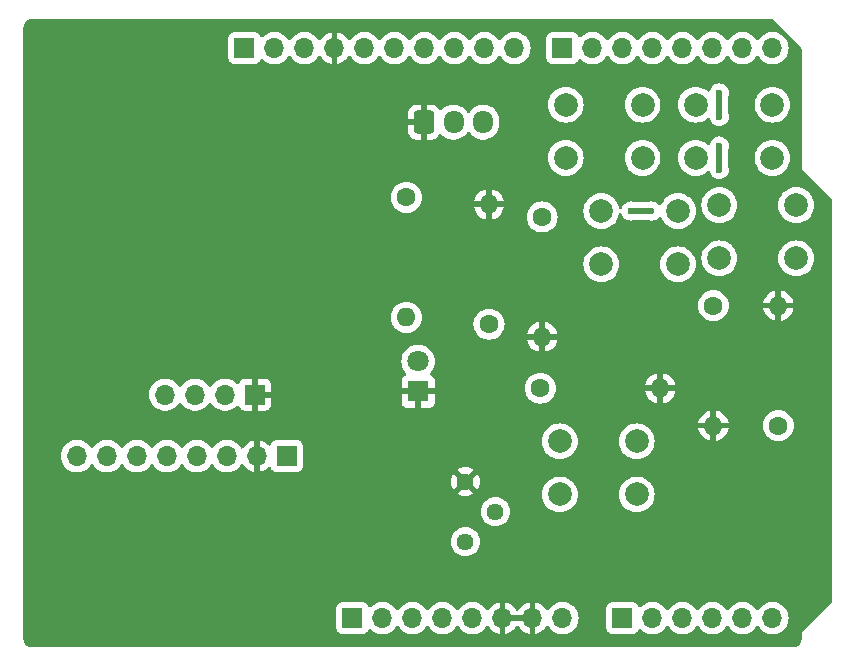
<source format=gbr>
%TF.GenerationSoftware,KiCad,Pcbnew,8.0.8*%
%TF.CreationDate,2025-02-04T10:54:44-07:00*%
%TF.ProjectId,Uno_Shield_ThermoPro,556e6f5f-5368-4696-956c-645f54686572,rev?*%
%TF.SameCoordinates,Original*%
%TF.FileFunction,Copper,L2,Bot*%
%TF.FilePolarity,Positive*%
%FSLAX46Y46*%
G04 Gerber Fmt 4.6, Leading zero omitted, Abs format (unit mm)*
G04 Created by KiCad (PCBNEW 8.0.8) date 2025-02-04 10:54:44*
%MOMM*%
%LPD*%
G01*
G04 APERTURE LIST*
G04 Aperture macros list*
%AMRoundRect*
0 Rectangle with rounded corners*
0 $1 Rounding radius*
0 $2 $3 $4 $5 $6 $7 $8 $9 X,Y pos of 4 corners*
0 Add a 4 corners polygon primitive as box body*
4,1,4,$2,$3,$4,$5,$6,$7,$8,$9,$2,$3,0*
0 Add four circle primitives for the rounded corners*
1,1,$1+$1,$2,$3*
1,1,$1+$1,$4,$5*
1,1,$1+$1,$6,$7*
1,1,$1+$1,$8,$9*
0 Add four rect primitives between the rounded corners*
20,1,$1+$1,$2,$3,$4,$5,0*
20,1,$1+$1,$4,$5,$6,$7,0*
20,1,$1+$1,$6,$7,$8,$9,0*
20,1,$1+$1,$8,$9,$2,$3,0*%
G04 Aperture macros list end*
%TA.AperFunction,ComponentPad*%
%ADD10R,1.700000X1.700000*%
%TD*%
%TA.AperFunction,ComponentPad*%
%ADD11O,1.700000X1.700000*%
%TD*%
%TA.AperFunction,ComponentPad*%
%ADD12C,2.000000*%
%TD*%
%TA.AperFunction,ComponentPad*%
%ADD13R,1.800000X1.800000*%
%TD*%
%TA.AperFunction,ComponentPad*%
%ADD14C,1.800000*%
%TD*%
%TA.AperFunction,ComponentPad*%
%ADD15C,1.600000*%
%TD*%
%TA.AperFunction,ComponentPad*%
%ADD16O,1.600000X1.600000*%
%TD*%
%TA.AperFunction,ComponentPad*%
%ADD17RoundRect,0.250000X-0.600000X-0.725000X0.600000X-0.725000X0.600000X0.725000X-0.600000X0.725000X0*%
%TD*%
%TA.AperFunction,ComponentPad*%
%ADD18O,1.700000X1.950000*%
%TD*%
%TA.AperFunction,ComponentPad*%
%ADD19C,1.440000*%
%TD*%
%TA.AperFunction,ViaPad*%
%ADD20C,0.600000*%
%TD*%
%TA.AperFunction,Conductor*%
%ADD21C,0.508000*%
%TD*%
G04 APERTURE END LIST*
D10*
%TO.P,J1,1,Pin_1*%
%TO.N,unconnected-(J1-Pin_1-Pad1)*%
X127940000Y-97460000D03*
D11*
%TO.P,J1,2,Pin_2*%
%TO.N,/IOREF*%
X130480000Y-97460000D03*
%TO.P,J1,3,Pin_3*%
%TO.N,/~{RESET}*%
X133020000Y-97460000D03*
%TO.P,J1,4,Pin_4*%
%TO.N,+3V3*%
X135560000Y-97460000D03*
%TO.P,J1,5,Pin_5*%
%TO.N,+5V*%
X138100000Y-97460000D03*
%TO.P,J1,6,Pin_6*%
%TO.N,GND*%
X140640000Y-97460000D03*
%TO.P,J1,7,Pin_7*%
X143180000Y-97460000D03*
%TO.P,J1,8,Pin_8*%
%TO.N,VCC*%
X145720000Y-97460000D03*
%TD*%
D10*
%TO.P,J3,1,Pin_1*%
%TO.N,/temp_sensor*%
X150800000Y-97460000D03*
D11*
%TO.P,J3,2,Pin_2*%
%TO.N,/A1*%
X153340000Y-97460000D03*
%TO.P,J3,3,Pin_3*%
%TO.N,/A2*%
X155880000Y-97460000D03*
%TO.P,J3,4,Pin_4*%
%TO.N,/A3*%
X158420000Y-97460000D03*
%TO.P,J3,5,Pin_5*%
%TO.N,/SDA{slash}A4*%
X160960000Y-97460000D03*
%TO.P,J3,6,Pin_6*%
%TO.N,/SCL{slash}A5*%
X163500000Y-97460000D03*
%TD*%
D10*
%TO.P,J2,1,Pin_1*%
%TO.N,/I2C_SCL*%
X118796000Y-49200000D03*
D11*
%TO.P,J2,2,Pin_2*%
%TO.N,/I2C_SDA*%
X121336000Y-49200000D03*
%TO.P,J2,3,Pin_3*%
%TO.N,/AREF*%
X123876000Y-49200000D03*
%TO.P,J2,4,Pin_4*%
%TO.N,GND*%
X126416000Y-49200000D03*
%TO.P,J2,5,Pin_5*%
%TO.N,/13*%
X128956000Y-49200000D03*
%TO.P,J2,6,Pin_6*%
%TO.N,/12*%
X131496000Y-49200000D03*
%TO.P,J2,7,Pin_7*%
%TO.N,/\u002A11*%
X134036000Y-49200000D03*
%TO.P,J2,8,Pin_8*%
%TO.N,/\u002A10*%
X136576000Y-49200000D03*
%TO.P,J2,9,Pin_9*%
%TO.N,/led_light*%
X139116000Y-49200000D03*
%TO.P,J2,10,Pin_10*%
%TO.N,/temp_digital*%
X141656000Y-49200000D03*
%TD*%
D10*
%TO.P,J4,1,Pin_1*%
%TO.N,/7*%
X145720000Y-49200000D03*
D11*
%TO.P,J4,2,Pin_2*%
%TO.N,/button_light*%
X148260000Y-49200000D03*
%TO.P,J4,3,Pin_3*%
%TO.N,/button_cal*%
X150800000Y-49200000D03*
%TO.P,J4,4,Pin_4*%
%TO.N,/button_units*%
X153340000Y-49200000D03*
%TO.P,J4,5,Pin_5*%
%TO.N,/button_lock*%
X155880000Y-49200000D03*
%TO.P,J4,6,Pin_6*%
%TO.N,/button_onoff*%
X158420000Y-49200000D03*
%TO.P,J4,7,Pin_7*%
%TO.N,/TX{slash}1*%
X160960000Y-49200000D03*
%TO.P,J4,8,Pin_8*%
%TO.N,/RX{slash}0*%
X163500000Y-49200000D03*
%TD*%
D12*
%TO.P,SW4,1,A*%
%TO.N,/button_lock*%
X157000000Y-54000000D03*
X163500000Y-54000000D03*
%TO.P,SW4,2,B*%
%TO.N,+5V*%
X157000000Y-58500000D03*
X163500000Y-58500000D03*
%TD*%
D13*
%TO.P,D1,1,K*%
%TO.N,GND*%
X133500000Y-78275000D03*
D14*
%TO.P,D1,2,A*%
%TO.N,Net-(D1-A)*%
X133500000Y-75735000D03*
%TD*%
D12*
%TO.P,SW5,1,A*%
%TO.N,/button_light*%
X145500000Y-82500000D03*
X152000000Y-82500000D03*
%TO.P,SW5,2,B*%
%TO.N,+5V*%
X145500000Y-87000000D03*
X152000000Y-87000000D03*
%TD*%
%TO.P,SW2,1,A*%
%TO.N,/button_units*%
X149000000Y-63000000D03*
X155500000Y-63000000D03*
%TO.P,SW2,2,B*%
%TO.N,+5V*%
X149000000Y-67500000D03*
X155500000Y-67500000D03*
%TD*%
D15*
%TO.P,R4,1*%
%TO.N,/button_cal*%
X144000000Y-63500000D03*
D16*
%TO.P,R4,2*%
%TO.N,GND*%
X144000000Y-73660000D03*
%TD*%
D15*
%TO.P,R1,1*%
%TO.N,/led_light*%
X132500000Y-61840000D03*
D16*
%TO.P,R1,2*%
%TO.N,Net-(D1-A)*%
X132500000Y-72000000D03*
%TD*%
D17*
%TO.P,J7,1,Pin_1*%
%TO.N,GND*%
X134000000Y-55475000D03*
D18*
%TO.P,J7,2,Pin_2*%
%TO.N,/temp_digital*%
X136500000Y-55475000D03*
%TO.P,J7,3,Pin_3*%
%TO.N,+5V*%
X139000000Y-55475000D03*
%TD*%
D12*
%TO.P,SW3,1,A*%
%TO.N,/button_cal*%
X146000000Y-54000000D03*
X152500000Y-54000000D03*
%TO.P,SW3,2,B*%
%TO.N,+5V*%
X146000000Y-58500000D03*
X152500000Y-58500000D03*
%TD*%
D10*
%TO.P,J6,1,Pin_1*%
%TO.N,GND*%
X119700000Y-78540000D03*
D11*
%TO.P,J6,2,Pin_2*%
%TO.N,+5V*%
X117160000Y-78540000D03*
%TO.P,J6,3,Pin_3*%
%TO.N,/I2C_SCL*%
X114620000Y-78540000D03*
%TO.P,J6,4,Pin_4*%
%TO.N,/I2C_SDA*%
X112080000Y-78540000D03*
%TD*%
D12*
%TO.P,SW1,1,A*%
%TO.N,/button_onoff*%
X159000000Y-62500000D03*
X165500000Y-62500000D03*
%TO.P,SW1,2,B*%
%TO.N,+5V*%
X159000000Y-67000000D03*
X165500000Y-67000000D03*
%TD*%
D15*
%TO.P,R5,1*%
%TO.N,/button_lock*%
X164000000Y-81160000D03*
D16*
%TO.P,R5,2*%
%TO.N,GND*%
X164000000Y-71000000D03*
%TD*%
D15*
%TO.P,R2,1*%
%TO.N,/button_onoff*%
X158500000Y-71000000D03*
D16*
%TO.P,R2,2*%
%TO.N,GND*%
X158500000Y-81160000D03*
%TD*%
D19*
%TO.P,RV1,1,1*%
%TO.N,+5V*%
X137500000Y-91000000D03*
%TO.P,RV1,2,2*%
%TO.N,/temp_sensor*%
X140040000Y-88460000D03*
%TO.P,RV1,3,3*%
%TO.N,GND*%
X137500000Y-85920000D03*
%TD*%
D10*
%TO.P,J5,1,Pin_1*%
%TO.N,+5V*%
X122380000Y-83750000D03*
D11*
%TO.P,J5,2,Pin_2*%
%TO.N,GND*%
X119840000Y-83750000D03*
%TO.P,J5,3,Pin_3*%
%TO.N,/I2C_SCL*%
X117300000Y-83750000D03*
%TO.P,J5,4,Pin_4*%
%TO.N,/I2C_SDA*%
X114760000Y-83750000D03*
%TO.P,J5,5,Pin_5*%
%TO.N,unconnected-(J5-Pin_5-Pad5)*%
X112220000Y-83750000D03*
%TO.P,J5,6,Pin_6*%
%TO.N,unconnected-(J5-Pin_6-Pad6)*%
X109680000Y-83750000D03*
%TO.P,J5,7,Pin_7*%
%TO.N,unconnected-(J5-Pin_7-Pad7)*%
X107140000Y-83750000D03*
%TO.P,J5,8,Pin_8*%
%TO.N,unconnected-(J5-Pin_8-Pad8)*%
X104600000Y-83750000D03*
%TD*%
D15*
%TO.P,R6,1*%
%TO.N,/button_light*%
X139500000Y-72580000D03*
D16*
%TO.P,R6,2*%
%TO.N,GND*%
X139500000Y-62420000D03*
%TD*%
D15*
%TO.P,R3,1*%
%TO.N,/button_units*%
X143840000Y-78000000D03*
D16*
%TO.P,R3,2*%
%TO.N,GND*%
X154000000Y-78000000D03*
%TD*%
D20*
%TO.N,/button_onoff*%
X159000000Y-55000000D03*
X159000000Y-59500000D03*
X159000000Y-57500000D03*
X159000000Y-53000000D03*
%TO.N,/button_units*%
X153254000Y-63000000D03*
X151500000Y-63000000D03*
%TD*%
D21*
%TO.N,/button_onoff*%
X159000000Y-57500000D02*
X159000000Y-59500000D01*
X159000000Y-53000000D02*
X159000000Y-55000000D01*
%TO.N,/button_units*%
X151500000Y-63000000D02*
X153254000Y-63000000D01*
%TD*%
%TA.AperFunction,Conductor*%
%TO.N,GND*%
G36*
X142714075Y-97267007D02*
G01*
X142680000Y-97394174D01*
X142680000Y-97525826D01*
X142714075Y-97652993D01*
X142746988Y-97710000D01*
X141073012Y-97710000D01*
X141105925Y-97652993D01*
X141140000Y-97525826D01*
X141140000Y-97394174D01*
X141105925Y-97267007D01*
X141073012Y-97210000D01*
X142746988Y-97210000D01*
X142714075Y-97267007D01*
G37*
%TD.AperFunction*%
%TA.AperFunction,Conductor*%
G36*
X163484404Y-46755185D02*
G01*
X163505046Y-46771819D01*
X165928181Y-49194954D01*
X165961666Y-49256277D01*
X165964500Y-49282635D01*
X165964500Y-59344982D01*
X165964500Y-59375018D01*
X165975994Y-59402767D01*
X165975995Y-59402768D01*
X168468181Y-61894954D01*
X168501666Y-61956277D01*
X168504500Y-61982635D01*
X168504500Y-96107364D01*
X168484815Y-96174403D01*
X168468181Y-96195045D01*
X165997233Y-98665994D01*
X165975995Y-98687231D01*
X165964500Y-98714982D01*
X165964500Y-99231907D01*
X165963903Y-99244062D01*
X165952505Y-99359778D01*
X165947763Y-99383618D01*
X165917832Y-99482290D01*
X165915789Y-99489024D01*
X165906486Y-99511482D01*
X165854561Y-99608627D01*
X165841056Y-99628839D01*
X165771176Y-99713988D01*
X165753988Y-99731176D01*
X165668839Y-99801056D01*
X165648627Y-99814561D01*
X165551482Y-99866486D01*
X165529028Y-99875787D01*
X165487028Y-99888528D01*
X165423618Y-99907763D01*
X165399778Y-99912505D01*
X165291162Y-99923203D01*
X165284060Y-99923903D01*
X165271907Y-99924500D01*
X100768093Y-99924500D01*
X100755939Y-99923903D01*
X100747995Y-99923120D01*
X100640221Y-99912505D01*
X100616381Y-99907763D01*
X100599445Y-99902625D01*
X100510968Y-99875786D01*
X100488517Y-99866486D01*
X100391372Y-99814561D01*
X100371160Y-99801056D01*
X100286011Y-99731176D01*
X100268823Y-99713988D01*
X100198943Y-99628839D01*
X100185438Y-99608627D01*
X100133510Y-99511476D01*
X100124215Y-99489037D01*
X100092234Y-99383612D01*
X100087494Y-99359777D01*
X100076097Y-99244061D01*
X100075500Y-99231907D01*
X100075500Y-96561345D01*
X126581500Y-96561345D01*
X126581500Y-98358654D01*
X126588011Y-98419202D01*
X126588011Y-98419204D01*
X126639111Y-98556204D01*
X126726739Y-98673261D01*
X126843796Y-98760889D01*
X126980799Y-98811989D01*
X127008050Y-98814918D01*
X127041345Y-98818499D01*
X127041362Y-98818500D01*
X128838638Y-98818500D01*
X128838654Y-98818499D01*
X128865692Y-98815591D01*
X128899201Y-98811989D01*
X129036204Y-98760889D01*
X129153261Y-98673261D01*
X129240889Y-98556204D01*
X129286138Y-98434887D01*
X129328009Y-98378956D01*
X129393474Y-98354539D01*
X129461746Y-98369391D01*
X129493545Y-98394236D01*
X129556760Y-98462906D01*
X129734424Y-98601189D01*
X129734425Y-98601189D01*
X129734427Y-98601191D01*
X129861135Y-98669761D01*
X129932426Y-98708342D01*
X130145365Y-98781444D01*
X130367431Y-98818500D01*
X130592569Y-98818500D01*
X130814635Y-98781444D01*
X131027574Y-98708342D01*
X131225576Y-98601189D01*
X131403240Y-98462906D01*
X131524594Y-98331082D01*
X131555715Y-98297276D01*
X131555715Y-98297275D01*
X131555722Y-98297268D01*
X131646193Y-98158790D01*
X131699338Y-98113437D01*
X131768569Y-98104013D01*
X131831905Y-98133515D01*
X131853804Y-98158787D01*
X131944278Y-98297268D01*
X131944283Y-98297273D01*
X131944284Y-98297276D01*
X132070968Y-98434889D01*
X132096760Y-98462906D01*
X132274424Y-98601189D01*
X132274425Y-98601189D01*
X132274427Y-98601191D01*
X132401135Y-98669761D01*
X132472426Y-98708342D01*
X132685365Y-98781444D01*
X132907431Y-98818500D01*
X133132569Y-98818500D01*
X133354635Y-98781444D01*
X133567574Y-98708342D01*
X133765576Y-98601189D01*
X133943240Y-98462906D01*
X134064594Y-98331082D01*
X134095715Y-98297276D01*
X134095715Y-98297275D01*
X134095722Y-98297268D01*
X134186193Y-98158790D01*
X134239338Y-98113437D01*
X134308569Y-98104013D01*
X134371905Y-98133515D01*
X134393804Y-98158787D01*
X134484278Y-98297268D01*
X134484283Y-98297273D01*
X134484284Y-98297276D01*
X134610968Y-98434889D01*
X134636760Y-98462906D01*
X134814424Y-98601189D01*
X134814425Y-98601189D01*
X134814427Y-98601191D01*
X134941135Y-98669761D01*
X135012426Y-98708342D01*
X135225365Y-98781444D01*
X135447431Y-98818500D01*
X135672569Y-98818500D01*
X135894635Y-98781444D01*
X136107574Y-98708342D01*
X136305576Y-98601189D01*
X136483240Y-98462906D01*
X136604594Y-98331082D01*
X136635715Y-98297276D01*
X136635715Y-98297275D01*
X136635722Y-98297268D01*
X136726193Y-98158790D01*
X136779338Y-98113437D01*
X136848569Y-98104013D01*
X136911905Y-98133515D01*
X136933804Y-98158787D01*
X137024278Y-98297268D01*
X137024283Y-98297273D01*
X137024284Y-98297276D01*
X137150968Y-98434889D01*
X137176760Y-98462906D01*
X137354424Y-98601189D01*
X137354425Y-98601189D01*
X137354427Y-98601191D01*
X137481135Y-98669761D01*
X137552426Y-98708342D01*
X137765365Y-98781444D01*
X137987431Y-98818500D01*
X138212569Y-98818500D01*
X138434635Y-98781444D01*
X138647574Y-98708342D01*
X138845576Y-98601189D01*
X139023240Y-98462906D01*
X139144594Y-98331082D01*
X139175715Y-98297276D01*
X139175715Y-98297275D01*
X139175722Y-98297268D01*
X139269749Y-98153347D01*
X139322894Y-98107994D01*
X139392125Y-98098570D01*
X139455461Y-98128072D01*
X139475130Y-98150048D01*
X139601890Y-98331078D01*
X139768917Y-98498105D01*
X139962421Y-98633600D01*
X140176507Y-98733429D01*
X140176516Y-98733433D01*
X140390000Y-98790634D01*
X140390000Y-97893012D01*
X140447007Y-97925925D01*
X140574174Y-97960000D01*
X140705826Y-97960000D01*
X140832993Y-97925925D01*
X140890000Y-97893012D01*
X140890000Y-98790633D01*
X141103483Y-98733433D01*
X141103492Y-98733429D01*
X141317578Y-98633600D01*
X141511082Y-98498105D01*
X141678105Y-98331082D01*
X141808425Y-98144968D01*
X141863002Y-98101344D01*
X141932501Y-98094151D01*
X141994855Y-98125673D01*
X142011575Y-98144968D01*
X142141894Y-98331082D01*
X142308917Y-98498105D01*
X142502421Y-98633600D01*
X142716507Y-98733429D01*
X142716516Y-98733433D01*
X142930000Y-98790634D01*
X142930000Y-97893012D01*
X142987007Y-97925925D01*
X143114174Y-97960000D01*
X143245826Y-97960000D01*
X143372993Y-97925925D01*
X143430000Y-97893012D01*
X143430000Y-98790633D01*
X143643483Y-98733433D01*
X143643492Y-98733429D01*
X143857578Y-98633600D01*
X144051082Y-98498105D01*
X144218105Y-98331082D01*
X144344868Y-98150048D01*
X144399445Y-98106423D01*
X144468944Y-98099231D01*
X144531298Y-98130753D01*
X144550251Y-98153350D01*
X144644276Y-98297265D01*
X144644284Y-98297276D01*
X144770968Y-98434889D01*
X144796760Y-98462906D01*
X144974424Y-98601189D01*
X144974425Y-98601189D01*
X144974427Y-98601191D01*
X145101135Y-98669761D01*
X145172426Y-98708342D01*
X145385365Y-98781444D01*
X145607431Y-98818500D01*
X145832569Y-98818500D01*
X146054635Y-98781444D01*
X146267574Y-98708342D01*
X146465576Y-98601189D01*
X146643240Y-98462906D01*
X146764594Y-98331082D01*
X146795715Y-98297276D01*
X146795717Y-98297273D01*
X146795722Y-98297268D01*
X146918860Y-98108791D01*
X147009296Y-97902616D01*
X147064564Y-97684368D01*
X147067164Y-97652993D01*
X147083156Y-97460005D01*
X147083156Y-97459994D01*
X147064565Y-97235640D01*
X147064563Y-97235628D01*
X147009296Y-97017385D01*
X146999071Y-96994075D01*
X146918860Y-96811209D01*
X146902706Y-96786484D01*
X146795723Y-96622734D01*
X146795715Y-96622723D01*
X146739212Y-96561345D01*
X149441500Y-96561345D01*
X149441500Y-98358654D01*
X149448011Y-98419202D01*
X149448011Y-98419204D01*
X149499111Y-98556204D01*
X149586739Y-98673261D01*
X149703796Y-98760889D01*
X149840799Y-98811989D01*
X149868050Y-98814918D01*
X149901345Y-98818499D01*
X149901362Y-98818500D01*
X151698638Y-98818500D01*
X151698654Y-98818499D01*
X151725692Y-98815591D01*
X151759201Y-98811989D01*
X151896204Y-98760889D01*
X152013261Y-98673261D01*
X152100889Y-98556204D01*
X152146138Y-98434887D01*
X152188009Y-98378956D01*
X152253474Y-98354539D01*
X152321746Y-98369391D01*
X152353545Y-98394236D01*
X152416760Y-98462906D01*
X152594424Y-98601189D01*
X152594425Y-98601189D01*
X152594427Y-98601191D01*
X152721135Y-98669761D01*
X152792426Y-98708342D01*
X153005365Y-98781444D01*
X153227431Y-98818500D01*
X153452569Y-98818500D01*
X153674635Y-98781444D01*
X153887574Y-98708342D01*
X154085576Y-98601189D01*
X154263240Y-98462906D01*
X154384594Y-98331082D01*
X154415715Y-98297276D01*
X154415715Y-98297275D01*
X154415722Y-98297268D01*
X154506193Y-98158790D01*
X154559338Y-98113437D01*
X154628569Y-98104013D01*
X154691905Y-98133515D01*
X154713804Y-98158787D01*
X154804278Y-98297268D01*
X154804283Y-98297273D01*
X154804284Y-98297276D01*
X154930968Y-98434889D01*
X154956760Y-98462906D01*
X155134424Y-98601189D01*
X155134425Y-98601189D01*
X155134427Y-98601191D01*
X155261135Y-98669761D01*
X155332426Y-98708342D01*
X155545365Y-98781444D01*
X155767431Y-98818500D01*
X155992569Y-98818500D01*
X156214635Y-98781444D01*
X156427574Y-98708342D01*
X156625576Y-98601189D01*
X156803240Y-98462906D01*
X156924594Y-98331082D01*
X156955715Y-98297276D01*
X156955715Y-98297275D01*
X156955722Y-98297268D01*
X157046193Y-98158790D01*
X157099338Y-98113437D01*
X157168569Y-98104013D01*
X157231905Y-98133515D01*
X157253804Y-98158787D01*
X157344278Y-98297268D01*
X157344283Y-98297273D01*
X157344284Y-98297276D01*
X157470968Y-98434889D01*
X157496760Y-98462906D01*
X157674424Y-98601189D01*
X157674425Y-98601189D01*
X157674427Y-98601191D01*
X157801135Y-98669761D01*
X157872426Y-98708342D01*
X158085365Y-98781444D01*
X158307431Y-98818500D01*
X158532569Y-98818500D01*
X158754635Y-98781444D01*
X158967574Y-98708342D01*
X159165576Y-98601189D01*
X159343240Y-98462906D01*
X159464594Y-98331082D01*
X159495715Y-98297276D01*
X159495715Y-98297275D01*
X159495722Y-98297268D01*
X159586193Y-98158790D01*
X159639338Y-98113437D01*
X159708569Y-98104013D01*
X159771905Y-98133515D01*
X159793804Y-98158787D01*
X159884278Y-98297268D01*
X159884283Y-98297273D01*
X159884284Y-98297276D01*
X160010968Y-98434889D01*
X160036760Y-98462906D01*
X160214424Y-98601189D01*
X160214425Y-98601189D01*
X160214427Y-98601191D01*
X160341135Y-98669761D01*
X160412426Y-98708342D01*
X160625365Y-98781444D01*
X160847431Y-98818500D01*
X161072569Y-98818500D01*
X161294635Y-98781444D01*
X161507574Y-98708342D01*
X161705576Y-98601189D01*
X161883240Y-98462906D01*
X162004594Y-98331082D01*
X162035715Y-98297276D01*
X162035715Y-98297275D01*
X162035722Y-98297268D01*
X162126193Y-98158790D01*
X162179338Y-98113437D01*
X162248569Y-98104013D01*
X162311905Y-98133515D01*
X162333804Y-98158787D01*
X162424278Y-98297268D01*
X162424283Y-98297273D01*
X162424284Y-98297276D01*
X162550968Y-98434889D01*
X162576760Y-98462906D01*
X162754424Y-98601189D01*
X162754425Y-98601189D01*
X162754427Y-98601191D01*
X162881135Y-98669761D01*
X162952426Y-98708342D01*
X163165365Y-98781444D01*
X163387431Y-98818500D01*
X163612569Y-98818500D01*
X163834635Y-98781444D01*
X164047574Y-98708342D01*
X164245576Y-98601189D01*
X164423240Y-98462906D01*
X164544594Y-98331082D01*
X164575715Y-98297276D01*
X164575717Y-98297273D01*
X164575722Y-98297268D01*
X164698860Y-98108791D01*
X164789296Y-97902616D01*
X164844564Y-97684368D01*
X164847164Y-97652993D01*
X164863156Y-97460005D01*
X164863156Y-97459994D01*
X164844565Y-97235640D01*
X164844563Y-97235628D01*
X164789296Y-97017385D01*
X164779071Y-96994075D01*
X164698860Y-96811209D01*
X164682706Y-96786484D01*
X164575723Y-96622734D01*
X164575715Y-96622723D01*
X164423243Y-96457097D01*
X164423238Y-96457092D01*
X164245577Y-96318812D01*
X164245572Y-96318808D01*
X164047580Y-96211661D01*
X164047577Y-96211659D01*
X164047574Y-96211658D01*
X164047571Y-96211657D01*
X164047569Y-96211656D01*
X163834637Y-96138556D01*
X163612569Y-96101500D01*
X163387431Y-96101500D01*
X163165362Y-96138556D01*
X162952430Y-96211656D01*
X162952419Y-96211661D01*
X162754427Y-96318808D01*
X162754422Y-96318812D01*
X162576761Y-96457092D01*
X162576756Y-96457097D01*
X162424284Y-96622723D01*
X162424276Y-96622734D01*
X162333808Y-96761206D01*
X162280662Y-96806562D01*
X162211431Y-96815986D01*
X162148095Y-96786484D01*
X162126192Y-96761206D01*
X162035723Y-96622734D01*
X162035715Y-96622723D01*
X161883243Y-96457097D01*
X161883238Y-96457092D01*
X161705577Y-96318812D01*
X161705572Y-96318808D01*
X161507580Y-96211661D01*
X161507577Y-96211659D01*
X161507574Y-96211658D01*
X161507571Y-96211657D01*
X161507569Y-96211656D01*
X161294637Y-96138556D01*
X161072569Y-96101500D01*
X160847431Y-96101500D01*
X160625362Y-96138556D01*
X160412430Y-96211656D01*
X160412419Y-96211661D01*
X160214427Y-96318808D01*
X160214422Y-96318812D01*
X160036761Y-96457092D01*
X160036756Y-96457097D01*
X159884284Y-96622723D01*
X159884276Y-96622734D01*
X159793808Y-96761206D01*
X159740662Y-96806562D01*
X159671431Y-96815986D01*
X159608095Y-96786484D01*
X159586192Y-96761206D01*
X159495723Y-96622734D01*
X159495715Y-96622723D01*
X159343243Y-96457097D01*
X159343238Y-96457092D01*
X159165577Y-96318812D01*
X159165572Y-96318808D01*
X158967580Y-96211661D01*
X158967577Y-96211659D01*
X158967574Y-96211658D01*
X158967571Y-96211657D01*
X158967569Y-96211656D01*
X158754637Y-96138556D01*
X158532569Y-96101500D01*
X158307431Y-96101500D01*
X158085362Y-96138556D01*
X157872430Y-96211656D01*
X157872419Y-96211661D01*
X157674427Y-96318808D01*
X157674422Y-96318812D01*
X157496761Y-96457092D01*
X157496756Y-96457097D01*
X157344284Y-96622723D01*
X157344276Y-96622734D01*
X157253808Y-96761206D01*
X157200662Y-96806562D01*
X157131431Y-96815986D01*
X157068095Y-96786484D01*
X157046192Y-96761206D01*
X156955723Y-96622734D01*
X156955715Y-96622723D01*
X156803243Y-96457097D01*
X156803238Y-96457092D01*
X156625577Y-96318812D01*
X156625572Y-96318808D01*
X156427580Y-96211661D01*
X156427577Y-96211659D01*
X156427574Y-96211658D01*
X156427571Y-96211657D01*
X156427569Y-96211656D01*
X156214637Y-96138556D01*
X155992569Y-96101500D01*
X155767431Y-96101500D01*
X155545362Y-96138556D01*
X155332430Y-96211656D01*
X155332419Y-96211661D01*
X155134427Y-96318808D01*
X155134422Y-96318812D01*
X154956761Y-96457092D01*
X154956756Y-96457097D01*
X154804284Y-96622723D01*
X154804276Y-96622734D01*
X154713808Y-96761206D01*
X154660662Y-96806562D01*
X154591431Y-96815986D01*
X154528095Y-96786484D01*
X154506192Y-96761206D01*
X154415723Y-96622734D01*
X154415715Y-96622723D01*
X154263243Y-96457097D01*
X154263238Y-96457092D01*
X154085577Y-96318812D01*
X154085572Y-96318808D01*
X153887580Y-96211661D01*
X153887577Y-96211659D01*
X153887574Y-96211658D01*
X153887571Y-96211657D01*
X153887569Y-96211656D01*
X153674637Y-96138556D01*
X153452569Y-96101500D01*
X153227431Y-96101500D01*
X153005362Y-96138556D01*
X152792430Y-96211656D01*
X152792419Y-96211661D01*
X152594427Y-96318808D01*
X152594422Y-96318812D01*
X152416761Y-96457092D01*
X152353548Y-96525760D01*
X152293661Y-96561750D01*
X152223823Y-96559649D01*
X152166207Y-96520124D01*
X152146138Y-96485110D01*
X152100889Y-96363796D01*
X152067214Y-96318812D01*
X152013261Y-96246739D01*
X151896204Y-96159111D01*
X151895172Y-96158726D01*
X151759203Y-96108011D01*
X151698654Y-96101500D01*
X151698638Y-96101500D01*
X149901362Y-96101500D01*
X149901345Y-96101500D01*
X149840797Y-96108011D01*
X149840795Y-96108011D01*
X149703795Y-96159111D01*
X149586739Y-96246739D01*
X149499111Y-96363795D01*
X149448011Y-96500795D01*
X149448011Y-96500797D01*
X149441500Y-96561345D01*
X146739212Y-96561345D01*
X146643243Y-96457097D01*
X146643238Y-96457092D01*
X146465577Y-96318812D01*
X146465572Y-96318808D01*
X146267580Y-96211661D01*
X146267577Y-96211659D01*
X146267574Y-96211658D01*
X146267571Y-96211657D01*
X146267569Y-96211656D01*
X146054637Y-96138556D01*
X145832569Y-96101500D01*
X145607431Y-96101500D01*
X145385362Y-96138556D01*
X145172430Y-96211656D01*
X145172419Y-96211661D01*
X144974427Y-96318808D01*
X144974422Y-96318812D01*
X144796761Y-96457092D01*
X144796756Y-96457097D01*
X144644284Y-96622723D01*
X144644276Y-96622734D01*
X144550251Y-96766650D01*
X144497105Y-96812007D01*
X144427873Y-96821430D01*
X144364538Y-96791928D01*
X144344868Y-96769951D01*
X144218113Y-96588926D01*
X144218108Y-96588920D01*
X144051082Y-96421894D01*
X143857578Y-96286399D01*
X143643492Y-96186570D01*
X143643486Y-96186567D01*
X143430000Y-96129364D01*
X143430000Y-97026988D01*
X143372993Y-96994075D01*
X143245826Y-96960000D01*
X143114174Y-96960000D01*
X142987007Y-96994075D01*
X142930000Y-97026988D01*
X142930000Y-96129364D01*
X142929999Y-96129364D01*
X142716513Y-96186567D01*
X142716507Y-96186570D01*
X142502422Y-96286399D01*
X142502420Y-96286400D01*
X142308926Y-96421886D01*
X142308920Y-96421891D01*
X142141891Y-96588920D01*
X142141890Y-96588922D01*
X142011575Y-96775031D01*
X141956998Y-96818655D01*
X141887499Y-96825848D01*
X141825145Y-96794326D01*
X141808425Y-96775031D01*
X141678109Y-96588922D01*
X141678108Y-96588920D01*
X141511082Y-96421894D01*
X141317578Y-96286399D01*
X141103492Y-96186570D01*
X141103486Y-96186567D01*
X140890000Y-96129364D01*
X140890000Y-97026988D01*
X140832993Y-96994075D01*
X140705826Y-96960000D01*
X140574174Y-96960000D01*
X140447007Y-96994075D01*
X140390000Y-97026988D01*
X140390000Y-96129364D01*
X140389999Y-96129364D01*
X140176513Y-96186567D01*
X140176507Y-96186570D01*
X139962422Y-96286399D01*
X139962420Y-96286400D01*
X139768926Y-96421886D01*
X139768920Y-96421891D01*
X139601891Y-96588920D01*
X139601890Y-96588922D01*
X139475131Y-96769952D01*
X139420554Y-96813577D01*
X139351055Y-96820769D01*
X139288701Y-96789247D01*
X139269752Y-96766656D01*
X139175722Y-96622732D01*
X139175715Y-96622725D01*
X139175715Y-96622723D01*
X139023243Y-96457097D01*
X139023238Y-96457092D01*
X138845577Y-96318812D01*
X138845572Y-96318808D01*
X138647580Y-96211661D01*
X138647577Y-96211659D01*
X138647574Y-96211658D01*
X138647571Y-96211657D01*
X138647569Y-96211656D01*
X138434637Y-96138556D01*
X138212569Y-96101500D01*
X137987431Y-96101500D01*
X137765362Y-96138556D01*
X137552430Y-96211656D01*
X137552419Y-96211661D01*
X137354427Y-96318808D01*
X137354422Y-96318812D01*
X137176761Y-96457092D01*
X137176756Y-96457097D01*
X137024284Y-96622723D01*
X137024276Y-96622734D01*
X136933808Y-96761206D01*
X136880662Y-96806562D01*
X136811431Y-96815986D01*
X136748095Y-96786484D01*
X136726192Y-96761206D01*
X136635723Y-96622734D01*
X136635715Y-96622723D01*
X136483243Y-96457097D01*
X136483238Y-96457092D01*
X136305577Y-96318812D01*
X136305572Y-96318808D01*
X136107580Y-96211661D01*
X136107577Y-96211659D01*
X136107574Y-96211658D01*
X136107571Y-96211657D01*
X136107569Y-96211656D01*
X135894637Y-96138556D01*
X135672569Y-96101500D01*
X135447431Y-96101500D01*
X135225362Y-96138556D01*
X135012430Y-96211656D01*
X135012419Y-96211661D01*
X134814427Y-96318808D01*
X134814422Y-96318812D01*
X134636761Y-96457092D01*
X134636756Y-96457097D01*
X134484284Y-96622723D01*
X134484276Y-96622734D01*
X134393808Y-96761206D01*
X134340662Y-96806562D01*
X134271431Y-96815986D01*
X134208095Y-96786484D01*
X134186192Y-96761206D01*
X134095723Y-96622734D01*
X134095715Y-96622723D01*
X133943243Y-96457097D01*
X133943238Y-96457092D01*
X133765577Y-96318812D01*
X133765572Y-96318808D01*
X133567580Y-96211661D01*
X133567577Y-96211659D01*
X133567574Y-96211658D01*
X133567571Y-96211657D01*
X133567569Y-96211656D01*
X133354637Y-96138556D01*
X133132569Y-96101500D01*
X132907431Y-96101500D01*
X132685362Y-96138556D01*
X132472430Y-96211656D01*
X132472419Y-96211661D01*
X132274427Y-96318808D01*
X132274422Y-96318812D01*
X132096761Y-96457092D01*
X132096756Y-96457097D01*
X131944284Y-96622723D01*
X131944276Y-96622734D01*
X131853808Y-96761206D01*
X131800662Y-96806562D01*
X131731431Y-96815986D01*
X131668095Y-96786484D01*
X131646192Y-96761206D01*
X131555723Y-96622734D01*
X131555715Y-96622723D01*
X131403243Y-96457097D01*
X131403238Y-96457092D01*
X131225577Y-96318812D01*
X131225572Y-96318808D01*
X131027580Y-96211661D01*
X131027577Y-96211659D01*
X131027574Y-96211658D01*
X131027571Y-96211657D01*
X131027569Y-96211656D01*
X130814637Y-96138556D01*
X130592569Y-96101500D01*
X130367431Y-96101500D01*
X130145362Y-96138556D01*
X129932430Y-96211656D01*
X129932419Y-96211661D01*
X129734427Y-96318808D01*
X129734422Y-96318812D01*
X129556761Y-96457092D01*
X129493548Y-96525760D01*
X129433661Y-96561750D01*
X129363823Y-96559649D01*
X129306207Y-96520124D01*
X129286138Y-96485110D01*
X129240889Y-96363796D01*
X129207214Y-96318812D01*
X129153261Y-96246739D01*
X129036204Y-96159111D01*
X129035172Y-96158726D01*
X128899203Y-96108011D01*
X128838654Y-96101500D01*
X128838638Y-96101500D01*
X127041362Y-96101500D01*
X127041345Y-96101500D01*
X126980797Y-96108011D01*
X126980795Y-96108011D01*
X126843795Y-96159111D01*
X126726739Y-96246739D01*
X126639111Y-96363795D01*
X126588011Y-96500795D01*
X126588011Y-96500797D01*
X126581500Y-96561345D01*
X100075500Y-96561345D01*
X100075500Y-90999998D01*
X136266807Y-90999998D01*
X136266807Y-91000001D01*
X136285541Y-91214136D01*
X136285542Y-91214144D01*
X136341176Y-91421772D01*
X136341177Y-91421774D01*
X136341178Y-91421777D01*
X136432024Y-91616597D01*
X136432026Y-91616601D01*
X136555319Y-91792682D01*
X136707317Y-91944680D01*
X136883398Y-92067973D01*
X136883400Y-92067974D01*
X136883403Y-92067976D01*
X137078223Y-92158822D01*
X137285858Y-92214458D01*
X137438816Y-92227840D01*
X137499998Y-92233193D01*
X137500000Y-92233193D01*
X137500002Y-92233193D01*
X137553535Y-92228509D01*
X137714142Y-92214458D01*
X137921777Y-92158822D01*
X138116597Y-92067976D01*
X138292681Y-91944681D01*
X138444681Y-91792681D01*
X138567976Y-91616597D01*
X138658822Y-91421777D01*
X138714458Y-91214142D01*
X138733193Y-91000000D01*
X138714458Y-90785858D01*
X138658822Y-90578223D01*
X138567976Y-90383404D01*
X138444681Y-90207319D01*
X138444679Y-90207316D01*
X138292682Y-90055319D01*
X138116601Y-89932026D01*
X138116597Y-89932024D01*
X138116595Y-89932023D01*
X137921777Y-89841178D01*
X137921774Y-89841177D01*
X137921772Y-89841176D01*
X137714144Y-89785542D01*
X137714136Y-89785541D01*
X137500002Y-89766807D01*
X137499998Y-89766807D01*
X137285863Y-89785541D01*
X137285855Y-89785542D01*
X137078227Y-89841176D01*
X137078221Y-89841179D01*
X136883405Y-89932023D01*
X136883403Y-89932024D01*
X136707316Y-90055320D01*
X136555320Y-90207316D01*
X136432024Y-90383403D01*
X136432023Y-90383405D01*
X136341179Y-90578221D01*
X136341176Y-90578227D01*
X136285542Y-90785855D01*
X136285541Y-90785863D01*
X136266807Y-90999998D01*
X100075500Y-90999998D01*
X100075500Y-88459998D01*
X138806807Y-88459998D01*
X138806807Y-88460001D01*
X138825541Y-88674136D01*
X138825542Y-88674144D01*
X138881176Y-88881772D01*
X138881177Y-88881774D01*
X138881178Y-88881777D01*
X138972024Y-89076597D01*
X138972026Y-89076601D01*
X139095319Y-89252682D01*
X139247317Y-89404680D01*
X139423398Y-89527973D01*
X139423400Y-89527974D01*
X139423403Y-89527976D01*
X139618223Y-89618822D01*
X139825858Y-89674458D01*
X139978816Y-89687840D01*
X140039998Y-89693193D01*
X140040000Y-89693193D01*
X140040002Y-89693193D01*
X140093535Y-89688509D01*
X140254142Y-89674458D01*
X140461777Y-89618822D01*
X140656597Y-89527976D01*
X140832681Y-89404681D01*
X140984681Y-89252681D01*
X141107976Y-89076597D01*
X141198822Y-88881777D01*
X141254458Y-88674142D01*
X141273193Y-88460000D01*
X141254458Y-88245858D01*
X141198822Y-88038223D01*
X141107976Y-87843404D01*
X140984681Y-87667319D01*
X140984679Y-87667316D01*
X140832682Y-87515319D01*
X140656601Y-87392026D01*
X140656597Y-87392024D01*
X140656595Y-87392023D01*
X140461777Y-87301178D01*
X140461774Y-87301177D01*
X140461772Y-87301176D01*
X140254144Y-87245542D01*
X140254136Y-87245541D01*
X140040002Y-87226807D01*
X140039998Y-87226807D01*
X139825863Y-87245541D01*
X139825855Y-87245542D01*
X139618227Y-87301176D01*
X139618221Y-87301179D01*
X139423405Y-87392023D01*
X139423403Y-87392024D01*
X139247316Y-87515320D01*
X139095320Y-87667316D01*
X138972024Y-87843403D01*
X138972023Y-87843405D01*
X138881179Y-88038221D01*
X138881176Y-88038227D01*
X138825542Y-88245855D01*
X138825541Y-88245863D01*
X138806807Y-88459998D01*
X100075500Y-88459998D01*
X100075500Y-85919997D01*
X136275340Y-85919997D01*
X136275340Y-85920002D01*
X136293944Y-86132654D01*
X136293945Y-86132662D01*
X136349194Y-86338853D01*
X136349197Y-86338859D01*
X136439413Y-86532329D01*
X136478415Y-86588030D01*
X137100000Y-85966445D01*
X137100000Y-85972661D01*
X137127259Y-86074394D01*
X137179920Y-86165606D01*
X137254394Y-86240080D01*
X137345606Y-86292741D01*
X137447339Y-86320000D01*
X137453554Y-86320000D01*
X136831968Y-86941584D01*
X136887663Y-86980582D01*
X136887669Y-86980586D01*
X137081140Y-87070802D01*
X137081146Y-87070805D01*
X137287337Y-87126054D01*
X137287345Y-87126055D01*
X137499998Y-87144660D01*
X137500002Y-87144660D01*
X137712654Y-87126055D01*
X137712662Y-87126054D01*
X137918853Y-87070805D01*
X137918864Y-87070801D01*
X138070698Y-87000000D01*
X143986835Y-87000000D01*
X144005465Y-87236714D01*
X144060895Y-87467595D01*
X144060895Y-87467597D01*
X144151757Y-87686959D01*
X144151759Y-87686962D01*
X144275820Y-87889410D01*
X144275821Y-87889413D01*
X144275824Y-87889416D01*
X144430031Y-88069969D01*
X144569797Y-88189340D01*
X144610586Y-88224178D01*
X144610589Y-88224179D01*
X144813037Y-88348240D01*
X144813040Y-88348242D01*
X145032403Y-88439104D01*
X145032404Y-88439104D01*
X145032406Y-88439105D01*
X145263289Y-88494535D01*
X145500000Y-88513165D01*
X145736711Y-88494535D01*
X145967594Y-88439105D01*
X145967596Y-88439104D01*
X145967597Y-88439104D01*
X146186959Y-88348242D01*
X146186960Y-88348241D01*
X146186963Y-88348240D01*
X146389416Y-88224176D01*
X146569969Y-88069969D01*
X146724176Y-87889416D01*
X146848240Y-87686963D01*
X146919337Y-87515320D01*
X146939104Y-87467597D01*
X146939104Y-87467596D01*
X146939105Y-87467594D01*
X146994535Y-87236711D01*
X147013165Y-87000000D01*
X150486835Y-87000000D01*
X150505465Y-87236714D01*
X150560895Y-87467595D01*
X150560895Y-87467597D01*
X150651757Y-87686959D01*
X150651759Y-87686962D01*
X150775820Y-87889410D01*
X150775821Y-87889413D01*
X150775824Y-87889416D01*
X150930031Y-88069969D01*
X151069797Y-88189340D01*
X151110586Y-88224178D01*
X151110589Y-88224179D01*
X151313037Y-88348240D01*
X151313040Y-88348242D01*
X151532403Y-88439104D01*
X151532404Y-88439104D01*
X151532406Y-88439105D01*
X151763289Y-88494535D01*
X152000000Y-88513165D01*
X152236711Y-88494535D01*
X152467594Y-88439105D01*
X152467596Y-88439104D01*
X152467597Y-88439104D01*
X152686959Y-88348242D01*
X152686960Y-88348241D01*
X152686963Y-88348240D01*
X152889416Y-88224176D01*
X153069969Y-88069969D01*
X153224176Y-87889416D01*
X153348240Y-87686963D01*
X153419337Y-87515320D01*
X153439104Y-87467597D01*
X153439104Y-87467596D01*
X153439105Y-87467594D01*
X153494535Y-87236711D01*
X153513165Y-87000000D01*
X153494535Y-86763289D01*
X153439105Y-86532406D01*
X153439104Y-86532403D01*
X153439104Y-86532402D01*
X153348242Y-86313040D01*
X153348240Y-86313037D01*
X153224179Y-86110589D01*
X153224178Y-86110586D01*
X153106378Y-85972661D01*
X153069969Y-85930031D01*
X152950596Y-85828076D01*
X152889413Y-85775821D01*
X152889410Y-85775820D01*
X152686962Y-85651759D01*
X152686959Y-85651757D01*
X152467596Y-85560895D01*
X152236714Y-85505465D01*
X152000000Y-85486835D01*
X151763285Y-85505465D01*
X151532404Y-85560895D01*
X151532402Y-85560895D01*
X151313040Y-85651757D01*
X151313037Y-85651759D01*
X151110589Y-85775820D01*
X151110586Y-85775821D01*
X150930031Y-85930031D01*
X150775821Y-86110586D01*
X150775820Y-86110589D01*
X150651759Y-86313037D01*
X150651757Y-86313040D01*
X150560895Y-86532402D01*
X150560895Y-86532404D01*
X150505465Y-86763285D01*
X150486835Y-87000000D01*
X147013165Y-87000000D01*
X146994535Y-86763289D01*
X146939105Y-86532406D01*
X146939104Y-86532403D01*
X146939104Y-86532402D01*
X146848242Y-86313040D01*
X146848240Y-86313037D01*
X146724179Y-86110589D01*
X146724178Y-86110586D01*
X146606378Y-85972661D01*
X146569969Y-85930031D01*
X146450596Y-85828076D01*
X146389413Y-85775821D01*
X146389410Y-85775820D01*
X146186962Y-85651759D01*
X146186959Y-85651757D01*
X145967596Y-85560895D01*
X145736714Y-85505465D01*
X145500000Y-85486835D01*
X145263285Y-85505465D01*
X145032404Y-85560895D01*
X145032402Y-85560895D01*
X144813040Y-85651757D01*
X144813037Y-85651759D01*
X144610589Y-85775820D01*
X144610586Y-85775821D01*
X144430031Y-85930031D01*
X144275821Y-86110586D01*
X144275820Y-86110589D01*
X144151759Y-86313037D01*
X144151757Y-86313040D01*
X144060895Y-86532402D01*
X144060895Y-86532404D01*
X144005465Y-86763285D01*
X143986835Y-87000000D01*
X138070698Y-87000000D01*
X138112325Y-86980589D01*
X138168030Y-86941583D01*
X137546447Y-86320000D01*
X137552661Y-86320000D01*
X137654394Y-86292741D01*
X137745606Y-86240080D01*
X137820080Y-86165606D01*
X137872741Y-86074394D01*
X137900000Y-85972661D01*
X137900000Y-85966446D01*
X138521583Y-86588029D01*
X138560589Y-86532325D01*
X138650801Y-86338864D01*
X138650805Y-86338853D01*
X138706054Y-86132662D01*
X138706055Y-86132654D01*
X138724660Y-85920002D01*
X138724660Y-85919997D01*
X138706055Y-85707345D01*
X138706054Y-85707337D01*
X138650805Y-85501146D01*
X138650802Y-85501140D01*
X138560586Y-85307669D01*
X138560582Y-85307663D01*
X138521584Y-85251968D01*
X137900000Y-85873552D01*
X137900000Y-85867339D01*
X137872741Y-85765606D01*
X137820080Y-85674394D01*
X137745606Y-85599920D01*
X137654394Y-85547259D01*
X137552661Y-85520000D01*
X137546447Y-85520000D01*
X138168030Y-84898415D01*
X138112329Y-84859413D01*
X137918859Y-84769197D01*
X137918853Y-84769194D01*
X137712662Y-84713945D01*
X137712654Y-84713944D01*
X137500002Y-84695340D01*
X137499998Y-84695340D01*
X137287345Y-84713944D01*
X137287337Y-84713945D01*
X137081146Y-84769194D01*
X137081140Y-84769197D01*
X136887671Y-84859412D01*
X136887669Y-84859413D01*
X136831969Y-84898415D01*
X136831968Y-84898415D01*
X137453554Y-85520000D01*
X137447339Y-85520000D01*
X137345606Y-85547259D01*
X137254394Y-85599920D01*
X137179920Y-85674394D01*
X137127259Y-85765606D01*
X137100000Y-85867339D01*
X137100000Y-85873553D01*
X136478415Y-85251968D01*
X136478415Y-85251969D01*
X136439413Y-85307669D01*
X136439412Y-85307671D01*
X136349197Y-85501140D01*
X136349194Y-85501146D01*
X136293945Y-85707337D01*
X136293944Y-85707345D01*
X136275340Y-85919997D01*
X100075500Y-85919997D01*
X100075500Y-83749994D01*
X103236844Y-83749994D01*
X103236844Y-83750005D01*
X103255434Y-83974359D01*
X103255436Y-83974371D01*
X103310703Y-84192614D01*
X103401140Y-84398792D01*
X103524276Y-84587265D01*
X103524284Y-84587276D01*
X103676756Y-84752902D01*
X103676761Y-84752907D01*
X103697690Y-84769197D01*
X103854424Y-84891189D01*
X103854425Y-84891189D01*
X103854427Y-84891191D01*
X103914314Y-84923600D01*
X104052426Y-84998342D01*
X104265365Y-85071444D01*
X104487431Y-85108500D01*
X104712569Y-85108500D01*
X104934635Y-85071444D01*
X105147574Y-84998342D01*
X105345576Y-84891189D01*
X105523240Y-84752906D01*
X105628295Y-84638787D01*
X105675715Y-84587276D01*
X105675715Y-84587275D01*
X105675722Y-84587268D01*
X105766193Y-84448790D01*
X105819338Y-84403437D01*
X105888569Y-84394013D01*
X105951905Y-84423515D01*
X105973804Y-84448787D01*
X106064278Y-84587268D01*
X106064283Y-84587273D01*
X106064284Y-84587276D01*
X106216756Y-84752902D01*
X106216761Y-84752907D01*
X106237690Y-84769197D01*
X106394424Y-84891189D01*
X106394425Y-84891189D01*
X106394427Y-84891191D01*
X106454314Y-84923600D01*
X106592426Y-84998342D01*
X106805365Y-85071444D01*
X107027431Y-85108500D01*
X107252569Y-85108500D01*
X107474635Y-85071444D01*
X107687574Y-84998342D01*
X107885576Y-84891189D01*
X108063240Y-84752906D01*
X108168295Y-84638787D01*
X108215715Y-84587276D01*
X108215715Y-84587275D01*
X108215722Y-84587268D01*
X108306193Y-84448790D01*
X108359338Y-84403437D01*
X108428569Y-84394013D01*
X108491905Y-84423515D01*
X108513804Y-84448787D01*
X108604278Y-84587268D01*
X108604283Y-84587273D01*
X108604284Y-84587276D01*
X108756756Y-84752902D01*
X108756761Y-84752907D01*
X108777690Y-84769197D01*
X108934424Y-84891189D01*
X108934425Y-84891189D01*
X108934427Y-84891191D01*
X108994314Y-84923600D01*
X109132426Y-84998342D01*
X109345365Y-85071444D01*
X109567431Y-85108500D01*
X109792569Y-85108500D01*
X110014635Y-85071444D01*
X110227574Y-84998342D01*
X110425576Y-84891189D01*
X110603240Y-84752906D01*
X110708295Y-84638787D01*
X110755715Y-84587276D01*
X110755715Y-84587275D01*
X110755722Y-84587268D01*
X110846193Y-84448790D01*
X110899338Y-84403437D01*
X110968569Y-84394013D01*
X111031905Y-84423515D01*
X111053804Y-84448787D01*
X111144278Y-84587268D01*
X111144283Y-84587273D01*
X111144284Y-84587276D01*
X111296756Y-84752902D01*
X111296761Y-84752907D01*
X111317690Y-84769197D01*
X111474424Y-84891189D01*
X111474425Y-84891189D01*
X111474427Y-84891191D01*
X111534314Y-84923600D01*
X111672426Y-84998342D01*
X111885365Y-85071444D01*
X112107431Y-85108500D01*
X112332569Y-85108500D01*
X112554635Y-85071444D01*
X112767574Y-84998342D01*
X112965576Y-84891189D01*
X113143240Y-84752906D01*
X113248295Y-84638787D01*
X113295715Y-84587276D01*
X113295715Y-84587275D01*
X113295722Y-84587268D01*
X113386193Y-84448790D01*
X113439338Y-84403437D01*
X113508569Y-84394013D01*
X113571905Y-84423515D01*
X113593804Y-84448787D01*
X113684278Y-84587268D01*
X113684283Y-84587273D01*
X113684284Y-84587276D01*
X113836756Y-84752902D01*
X113836761Y-84752907D01*
X113857690Y-84769197D01*
X114014424Y-84891189D01*
X114014425Y-84891189D01*
X114014427Y-84891191D01*
X114074314Y-84923600D01*
X114212426Y-84998342D01*
X114425365Y-85071444D01*
X114647431Y-85108500D01*
X114872569Y-85108500D01*
X115094635Y-85071444D01*
X115307574Y-84998342D01*
X115505576Y-84891189D01*
X115683240Y-84752906D01*
X115788295Y-84638787D01*
X115835715Y-84587276D01*
X115835715Y-84587275D01*
X115835722Y-84587268D01*
X115926193Y-84448790D01*
X115979338Y-84403437D01*
X116048569Y-84394013D01*
X116111905Y-84423515D01*
X116133804Y-84448787D01*
X116224278Y-84587268D01*
X116224283Y-84587273D01*
X116224284Y-84587276D01*
X116376756Y-84752902D01*
X116376761Y-84752907D01*
X116397690Y-84769197D01*
X116554424Y-84891189D01*
X116554425Y-84891189D01*
X116554427Y-84891191D01*
X116614314Y-84923600D01*
X116752426Y-84998342D01*
X116965365Y-85071444D01*
X117187431Y-85108500D01*
X117412569Y-85108500D01*
X117634635Y-85071444D01*
X117847574Y-84998342D01*
X118045576Y-84891189D01*
X118223240Y-84752906D01*
X118328295Y-84638787D01*
X118375715Y-84587276D01*
X118375715Y-84587275D01*
X118375722Y-84587268D01*
X118469749Y-84443347D01*
X118522894Y-84397994D01*
X118592125Y-84388570D01*
X118655461Y-84418072D01*
X118675130Y-84440048D01*
X118801890Y-84621078D01*
X118968917Y-84788105D01*
X119162421Y-84923600D01*
X119376507Y-85023429D01*
X119376516Y-85023433D01*
X119590000Y-85080634D01*
X119590000Y-84183012D01*
X119647007Y-84215925D01*
X119774174Y-84250000D01*
X119905826Y-84250000D01*
X120032993Y-84215925D01*
X120090000Y-84183012D01*
X120090000Y-85080633D01*
X120303483Y-85023433D01*
X120303492Y-85023429D01*
X120517578Y-84923600D01*
X120711078Y-84788108D01*
X120826914Y-84672272D01*
X120888237Y-84638787D01*
X120957929Y-84643771D01*
X121013863Y-84685642D01*
X121030777Y-84716619D01*
X121079110Y-84846203D01*
X121079111Y-84846204D01*
X121166739Y-84963261D01*
X121283796Y-85050889D01*
X121420799Y-85101989D01*
X121448050Y-85104918D01*
X121481345Y-85108499D01*
X121481362Y-85108500D01*
X123278638Y-85108500D01*
X123278654Y-85108499D01*
X123305692Y-85105591D01*
X123339201Y-85101989D01*
X123476204Y-85050889D01*
X123593261Y-84963261D01*
X123680889Y-84846204D01*
X123731989Y-84709201D01*
X123735959Y-84672272D01*
X123738499Y-84648654D01*
X123738500Y-84648637D01*
X123738500Y-82851362D01*
X123738499Y-82851345D01*
X123735157Y-82820270D01*
X123731989Y-82790799D01*
X123729222Y-82783381D01*
X123702559Y-82711894D01*
X123680889Y-82653796D01*
X123593261Y-82536739D01*
X123544184Y-82500000D01*
X143986835Y-82500000D01*
X144005465Y-82736714D01*
X144060895Y-82967595D01*
X144060895Y-82967597D01*
X144151757Y-83186959D01*
X144151759Y-83186962D01*
X144275820Y-83389410D01*
X144275821Y-83389413D01*
X144275824Y-83389416D01*
X144430031Y-83569969D01*
X144563748Y-83684174D01*
X144610586Y-83724178D01*
X144610589Y-83724179D01*
X144813037Y-83848240D01*
X144813040Y-83848242D01*
X145032403Y-83939104D01*
X145032404Y-83939104D01*
X145032406Y-83939105D01*
X145263289Y-83994535D01*
X145500000Y-84013165D01*
X145736711Y-83994535D01*
X145967594Y-83939105D01*
X145967596Y-83939104D01*
X145967597Y-83939104D01*
X146186959Y-83848242D01*
X146186960Y-83848241D01*
X146186963Y-83848240D01*
X146389416Y-83724176D01*
X146569969Y-83569969D01*
X146724176Y-83389416D01*
X146848240Y-83186963D01*
X146879801Y-83110769D01*
X146939104Y-82967597D01*
X146939104Y-82967596D01*
X146939105Y-82967594D01*
X146994535Y-82736711D01*
X147013165Y-82500000D01*
X150486835Y-82500000D01*
X150505465Y-82736714D01*
X150560895Y-82967595D01*
X150560895Y-82967597D01*
X150651757Y-83186959D01*
X150651759Y-83186962D01*
X150775820Y-83389410D01*
X150775821Y-83389413D01*
X150775824Y-83389416D01*
X150930031Y-83569969D01*
X151063748Y-83684174D01*
X151110586Y-83724178D01*
X151110589Y-83724179D01*
X151313037Y-83848240D01*
X151313040Y-83848242D01*
X151532403Y-83939104D01*
X151532404Y-83939104D01*
X151532406Y-83939105D01*
X151763289Y-83994535D01*
X152000000Y-84013165D01*
X152236711Y-83994535D01*
X152467594Y-83939105D01*
X152467596Y-83939104D01*
X152467597Y-83939104D01*
X152686959Y-83848242D01*
X152686960Y-83848241D01*
X152686963Y-83848240D01*
X152889416Y-83724176D01*
X153069969Y-83569969D01*
X153224176Y-83389416D01*
X153348240Y-83186963D01*
X153379801Y-83110769D01*
X153439104Y-82967597D01*
X153439104Y-82967596D01*
X153439105Y-82967594D01*
X153494535Y-82736711D01*
X153513165Y-82500000D01*
X153494535Y-82263289D01*
X153439105Y-82032406D01*
X153439104Y-82032403D01*
X153439104Y-82032402D01*
X153348242Y-81813040D01*
X153348240Y-81813037D01*
X153224179Y-81610589D01*
X153224178Y-81610586D01*
X153180973Y-81560000D01*
X153069969Y-81430031D01*
X152934576Y-81314394D01*
X152889413Y-81275821D01*
X152889410Y-81275820D01*
X152686962Y-81151759D01*
X152686959Y-81151757D01*
X152467596Y-81060895D01*
X152236714Y-81005465D01*
X152000000Y-80986835D01*
X151763285Y-81005465D01*
X151532404Y-81060895D01*
X151532402Y-81060895D01*
X151313040Y-81151757D01*
X151313037Y-81151759D01*
X151110589Y-81275820D01*
X151110586Y-81275821D01*
X150930031Y-81430031D01*
X150775821Y-81610586D01*
X150775820Y-81610589D01*
X150651759Y-81813037D01*
X150651757Y-81813040D01*
X150560895Y-82032402D01*
X150560895Y-82032404D01*
X150505465Y-82263285D01*
X150486835Y-82500000D01*
X147013165Y-82500000D01*
X146994535Y-82263289D01*
X146939105Y-82032406D01*
X146939104Y-82032403D01*
X146939104Y-82032402D01*
X146848242Y-81813040D01*
X146848240Y-81813037D01*
X146724179Y-81610589D01*
X146724178Y-81610586D01*
X146680973Y-81560000D01*
X146569969Y-81430031D01*
X146434576Y-81314394D01*
X146389413Y-81275821D01*
X146389410Y-81275820D01*
X146186962Y-81151759D01*
X146186959Y-81151757D01*
X145967596Y-81060895D01*
X145736714Y-81005465D01*
X145500000Y-80986835D01*
X145263285Y-81005465D01*
X145032404Y-81060895D01*
X145032402Y-81060895D01*
X144813040Y-81151757D01*
X144813037Y-81151759D01*
X144610589Y-81275820D01*
X144610586Y-81275821D01*
X144430031Y-81430031D01*
X144275821Y-81610586D01*
X144275820Y-81610589D01*
X144151759Y-81813037D01*
X144151757Y-81813040D01*
X144060895Y-82032402D01*
X144060895Y-82032404D01*
X144005465Y-82263285D01*
X143986835Y-82500000D01*
X123544184Y-82500000D01*
X123476204Y-82449111D01*
X123339203Y-82398011D01*
X123278654Y-82391500D01*
X123278638Y-82391500D01*
X121481362Y-82391500D01*
X121481345Y-82391500D01*
X121420797Y-82398011D01*
X121420795Y-82398011D01*
X121283795Y-82449111D01*
X121166739Y-82536739D01*
X121079111Y-82653795D01*
X121030777Y-82783381D01*
X120988905Y-82839314D01*
X120923441Y-82863730D01*
X120855168Y-82848878D01*
X120826915Y-82827727D01*
X120711082Y-82711894D01*
X120517578Y-82576399D01*
X120303492Y-82476570D01*
X120303486Y-82476567D01*
X120090000Y-82419364D01*
X120090000Y-83316988D01*
X120032993Y-83284075D01*
X119905826Y-83250000D01*
X119774174Y-83250000D01*
X119647007Y-83284075D01*
X119590000Y-83316988D01*
X119590000Y-82419364D01*
X119589999Y-82419364D01*
X119376513Y-82476567D01*
X119376507Y-82476570D01*
X119162422Y-82576399D01*
X119162420Y-82576400D01*
X118968926Y-82711886D01*
X118968920Y-82711891D01*
X118801891Y-82878920D01*
X118801890Y-82878922D01*
X118675131Y-83059952D01*
X118620554Y-83103577D01*
X118551055Y-83110769D01*
X118488701Y-83079247D01*
X118469752Y-83056656D01*
X118375722Y-82912732D01*
X118375715Y-82912725D01*
X118375715Y-82912723D01*
X118223243Y-82747097D01*
X118223238Y-82747092D01*
X118045577Y-82608812D01*
X118045572Y-82608808D01*
X117847580Y-82501661D01*
X117847577Y-82501659D01*
X117847574Y-82501658D01*
X117847571Y-82501657D01*
X117847569Y-82501656D01*
X117634637Y-82428556D01*
X117412569Y-82391500D01*
X117187431Y-82391500D01*
X116965362Y-82428556D01*
X116752430Y-82501656D01*
X116752419Y-82501661D01*
X116554427Y-82608808D01*
X116554422Y-82608812D01*
X116376761Y-82747092D01*
X116376756Y-82747097D01*
X116224284Y-82912723D01*
X116224276Y-82912734D01*
X116133808Y-83051206D01*
X116080662Y-83096562D01*
X116011431Y-83105986D01*
X115948095Y-83076484D01*
X115926192Y-83051206D01*
X115835723Y-82912734D01*
X115835715Y-82912723D01*
X115683243Y-82747097D01*
X115683238Y-82747092D01*
X115505577Y-82608812D01*
X115505572Y-82608808D01*
X115307580Y-82501661D01*
X115307577Y-82501659D01*
X115307574Y-82501658D01*
X115307571Y-82501657D01*
X115307569Y-82501656D01*
X115094637Y-82428556D01*
X114872569Y-82391500D01*
X114647431Y-82391500D01*
X114425362Y-82428556D01*
X114212430Y-82501656D01*
X114212419Y-82501661D01*
X114014427Y-82608808D01*
X114014422Y-82608812D01*
X113836761Y-82747092D01*
X113836756Y-82747097D01*
X113684284Y-82912723D01*
X113684276Y-82912734D01*
X113593808Y-83051206D01*
X113540662Y-83096562D01*
X113471431Y-83105986D01*
X113408095Y-83076484D01*
X113386192Y-83051206D01*
X113295723Y-82912734D01*
X113295715Y-82912723D01*
X113143243Y-82747097D01*
X113143238Y-82747092D01*
X112965577Y-82608812D01*
X112965572Y-82608808D01*
X112767580Y-82501661D01*
X112767577Y-82501659D01*
X112767574Y-82501658D01*
X112767571Y-82501657D01*
X112767569Y-82501656D01*
X112554637Y-82428556D01*
X112332569Y-82391500D01*
X112107431Y-82391500D01*
X111885362Y-82428556D01*
X111672430Y-82501656D01*
X111672419Y-82501661D01*
X111474427Y-82608808D01*
X111474422Y-82608812D01*
X111296761Y-82747092D01*
X111296756Y-82747097D01*
X111144284Y-82912723D01*
X111144276Y-82912734D01*
X111053808Y-83051206D01*
X111000662Y-83096562D01*
X110931431Y-83105986D01*
X110868095Y-83076484D01*
X110846192Y-83051206D01*
X110755723Y-82912734D01*
X110755715Y-82912723D01*
X110603243Y-82747097D01*
X110603238Y-82747092D01*
X110425577Y-82608812D01*
X110425572Y-82608808D01*
X110227580Y-82501661D01*
X110227577Y-82501659D01*
X110227574Y-82501658D01*
X110227571Y-82501657D01*
X110227569Y-82501656D01*
X110014637Y-82428556D01*
X109792569Y-82391500D01*
X109567431Y-82391500D01*
X109345362Y-82428556D01*
X109132430Y-82501656D01*
X109132419Y-82501661D01*
X108934427Y-82608808D01*
X108934422Y-82608812D01*
X108756761Y-82747092D01*
X108756756Y-82747097D01*
X108604284Y-82912723D01*
X108604276Y-82912734D01*
X108513808Y-83051206D01*
X108460662Y-83096562D01*
X108391431Y-83105986D01*
X108328095Y-83076484D01*
X108306192Y-83051206D01*
X108215723Y-82912734D01*
X108215715Y-82912723D01*
X108063243Y-82747097D01*
X108063238Y-82747092D01*
X107885577Y-82608812D01*
X107885572Y-82608808D01*
X107687580Y-82501661D01*
X107687577Y-82501659D01*
X107687574Y-82501658D01*
X107687571Y-82501657D01*
X107687569Y-82501656D01*
X107474637Y-82428556D01*
X107252569Y-82391500D01*
X107027431Y-82391500D01*
X106805362Y-82428556D01*
X106592430Y-82501656D01*
X106592419Y-82501661D01*
X106394427Y-82608808D01*
X106394422Y-82608812D01*
X106216761Y-82747092D01*
X106216756Y-82747097D01*
X106064284Y-82912723D01*
X106064276Y-82912734D01*
X105973808Y-83051206D01*
X105920662Y-83096562D01*
X105851431Y-83105986D01*
X105788095Y-83076484D01*
X105766192Y-83051206D01*
X105675723Y-82912734D01*
X105675715Y-82912723D01*
X105523243Y-82747097D01*
X105523238Y-82747092D01*
X105345577Y-82608812D01*
X105345572Y-82608808D01*
X105147580Y-82501661D01*
X105147577Y-82501659D01*
X105147574Y-82501658D01*
X105147571Y-82501657D01*
X105147569Y-82501656D01*
X104934637Y-82428556D01*
X104712569Y-82391500D01*
X104487431Y-82391500D01*
X104265362Y-82428556D01*
X104052430Y-82501656D01*
X104052419Y-82501661D01*
X103854427Y-82608808D01*
X103854422Y-82608812D01*
X103676761Y-82747092D01*
X103676756Y-82747097D01*
X103524284Y-82912723D01*
X103524276Y-82912734D01*
X103401140Y-83101207D01*
X103310703Y-83307385D01*
X103255436Y-83525628D01*
X103255434Y-83525640D01*
X103236844Y-83749994D01*
X100075500Y-83749994D01*
X100075500Y-80909999D01*
X157221127Y-80909999D01*
X157221128Y-80910000D01*
X158184314Y-80910000D01*
X158179920Y-80914394D01*
X158127259Y-81005606D01*
X158100000Y-81107339D01*
X158100000Y-81212661D01*
X158127259Y-81314394D01*
X158179920Y-81405606D01*
X158184314Y-81410000D01*
X157221128Y-81410000D01*
X157273730Y-81606317D01*
X157273734Y-81606326D01*
X157369865Y-81812482D01*
X157500342Y-81998820D01*
X157661179Y-82159657D01*
X157847517Y-82290134D01*
X158053673Y-82386265D01*
X158053682Y-82386269D01*
X158249999Y-82438872D01*
X158250000Y-82438871D01*
X158250000Y-81475686D01*
X158254394Y-81480080D01*
X158345606Y-81532741D01*
X158447339Y-81560000D01*
X158552661Y-81560000D01*
X158654394Y-81532741D01*
X158745606Y-81480080D01*
X158750000Y-81475686D01*
X158750000Y-82438872D01*
X158946317Y-82386269D01*
X158946326Y-82386265D01*
X159152482Y-82290134D01*
X159338820Y-82159657D01*
X159499657Y-81998820D01*
X159630134Y-81812482D01*
X159726265Y-81606326D01*
X159726269Y-81606317D01*
X159778872Y-81410000D01*
X158815686Y-81410000D01*
X158820080Y-81405606D01*
X158872741Y-81314394D01*
X158900000Y-81212661D01*
X158900000Y-81159998D01*
X162686502Y-81159998D01*
X162686502Y-81160001D01*
X162706456Y-81388081D01*
X162706457Y-81388089D01*
X162765714Y-81609238D01*
X162765718Y-81609249D01*
X162860487Y-81812482D01*
X162862477Y-81816749D01*
X162993802Y-82004300D01*
X163155700Y-82166198D01*
X163343251Y-82297523D01*
X163468091Y-82355736D01*
X163550750Y-82394281D01*
X163550752Y-82394281D01*
X163550757Y-82394284D01*
X163771913Y-82453543D01*
X163934832Y-82467796D01*
X163999998Y-82473498D01*
X164000000Y-82473498D01*
X164000002Y-82473498D01*
X164057021Y-82468509D01*
X164228087Y-82453543D01*
X164449243Y-82394284D01*
X164656749Y-82297523D01*
X164844300Y-82166198D01*
X165006198Y-82004300D01*
X165137523Y-81816749D01*
X165234284Y-81609243D01*
X165293543Y-81388087D01*
X165313498Y-81160000D01*
X165293543Y-80931913D01*
X165234284Y-80710757D01*
X165137523Y-80503251D01*
X165006198Y-80315700D01*
X164844300Y-80153802D01*
X164656749Y-80022477D01*
X164656745Y-80022475D01*
X164449249Y-79925718D01*
X164449238Y-79925714D01*
X164228089Y-79866457D01*
X164228081Y-79866456D01*
X164000002Y-79846502D01*
X163999998Y-79846502D01*
X163771918Y-79866456D01*
X163771910Y-79866457D01*
X163550761Y-79925714D01*
X163550750Y-79925718D01*
X163343254Y-80022475D01*
X163343252Y-80022476D01*
X163343251Y-80022477D01*
X163155700Y-80153802D01*
X163155698Y-80153803D01*
X163155695Y-80153806D01*
X162993806Y-80315695D01*
X162862476Y-80503252D01*
X162862475Y-80503254D01*
X162765718Y-80710750D01*
X162765714Y-80710761D01*
X162706457Y-80931910D01*
X162706456Y-80931918D01*
X162686502Y-81159998D01*
X158900000Y-81159998D01*
X158900000Y-81107339D01*
X158872741Y-81005606D01*
X158820080Y-80914394D01*
X158815686Y-80910000D01*
X159778872Y-80910000D01*
X159778872Y-80909999D01*
X159726269Y-80713682D01*
X159726265Y-80713673D01*
X159630134Y-80507517D01*
X159499657Y-80321179D01*
X159338820Y-80160342D01*
X159152482Y-80029865D01*
X158946328Y-79933734D01*
X158750000Y-79881127D01*
X158750000Y-80844314D01*
X158745606Y-80839920D01*
X158654394Y-80787259D01*
X158552661Y-80760000D01*
X158447339Y-80760000D01*
X158345606Y-80787259D01*
X158254394Y-80839920D01*
X158250000Y-80844314D01*
X158250000Y-79881127D01*
X158053671Y-79933734D01*
X157847517Y-80029865D01*
X157661179Y-80160342D01*
X157500342Y-80321179D01*
X157369865Y-80507517D01*
X157273734Y-80713673D01*
X157273730Y-80713682D01*
X157221127Y-80909999D01*
X100075500Y-80909999D01*
X100075500Y-78539994D01*
X110716844Y-78539994D01*
X110716844Y-78540005D01*
X110735434Y-78764359D01*
X110735436Y-78764371D01*
X110790703Y-78982614D01*
X110881140Y-79188792D01*
X111004276Y-79377265D01*
X111004284Y-79377276D01*
X111124513Y-79507877D01*
X111156760Y-79542906D01*
X111334424Y-79681189D01*
X111334425Y-79681189D01*
X111334427Y-79681191D01*
X111456378Y-79747187D01*
X111532426Y-79788342D01*
X111745365Y-79861444D01*
X111967431Y-79898500D01*
X112192569Y-79898500D01*
X112414635Y-79861444D01*
X112627574Y-79788342D01*
X112825576Y-79681189D01*
X113003240Y-79542906D01*
X113155722Y-79377268D01*
X113246193Y-79238790D01*
X113299338Y-79193437D01*
X113368569Y-79184013D01*
X113431905Y-79213515D01*
X113453804Y-79238787D01*
X113544278Y-79377268D01*
X113544283Y-79377273D01*
X113544284Y-79377276D01*
X113664513Y-79507877D01*
X113696760Y-79542906D01*
X113874424Y-79681189D01*
X113874425Y-79681189D01*
X113874427Y-79681191D01*
X113996378Y-79747187D01*
X114072426Y-79788342D01*
X114285365Y-79861444D01*
X114507431Y-79898500D01*
X114732569Y-79898500D01*
X114954635Y-79861444D01*
X115167574Y-79788342D01*
X115365576Y-79681189D01*
X115543240Y-79542906D01*
X115695722Y-79377268D01*
X115786193Y-79238790D01*
X115839338Y-79193437D01*
X115908569Y-79184013D01*
X115971905Y-79213515D01*
X115993804Y-79238787D01*
X116084278Y-79377268D01*
X116084283Y-79377273D01*
X116084284Y-79377276D01*
X116204513Y-79507877D01*
X116236760Y-79542906D01*
X116414424Y-79681189D01*
X116414425Y-79681189D01*
X116414427Y-79681191D01*
X116536378Y-79747187D01*
X116612426Y-79788342D01*
X116825365Y-79861444D01*
X117047431Y-79898500D01*
X117272569Y-79898500D01*
X117494635Y-79861444D01*
X117707574Y-79788342D01*
X117905576Y-79681189D01*
X118083240Y-79542906D01*
X118152908Y-79467226D01*
X118212793Y-79431237D01*
X118282631Y-79433337D01*
X118340247Y-79472860D01*
X118360318Y-79507877D01*
X118406645Y-79632086D01*
X118406649Y-79632093D01*
X118492809Y-79747187D01*
X118492812Y-79747190D01*
X118607906Y-79833350D01*
X118607913Y-79833354D01*
X118742620Y-79883596D01*
X118742627Y-79883598D01*
X118802155Y-79889999D01*
X118802172Y-79890000D01*
X119450000Y-79890000D01*
X119450000Y-78973012D01*
X119507007Y-79005925D01*
X119634174Y-79040000D01*
X119765826Y-79040000D01*
X119892993Y-79005925D01*
X119950000Y-78973012D01*
X119950000Y-79890000D01*
X120597828Y-79890000D01*
X120597844Y-79889999D01*
X120657372Y-79883598D01*
X120657379Y-79883596D01*
X120792086Y-79833354D01*
X120792093Y-79833350D01*
X120907187Y-79747190D01*
X120907190Y-79747187D01*
X120993350Y-79632093D01*
X120993354Y-79632086D01*
X121043596Y-79497379D01*
X121043598Y-79497372D01*
X121049999Y-79437844D01*
X121050000Y-79437827D01*
X121050000Y-78790000D01*
X120133012Y-78790000D01*
X120165925Y-78732993D01*
X120200000Y-78605826D01*
X120200000Y-78474174D01*
X120165925Y-78347007D01*
X120133012Y-78290000D01*
X121050000Y-78290000D01*
X121050000Y-77642172D01*
X121049999Y-77642155D01*
X121043598Y-77582627D01*
X121043596Y-77582620D01*
X120993354Y-77447913D01*
X120993350Y-77447906D01*
X120907190Y-77332812D01*
X120907187Y-77332809D01*
X120792093Y-77246649D01*
X120792086Y-77246645D01*
X120657379Y-77196403D01*
X120657372Y-77196401D01*
X120597844Y-77190000D01*
X119950000Y-77190000D01*
X119950000Y-78106988D01*
X119892993Y-78074075D01*
X119765826Y-78040000D01*
X119634174Y-78040000D01*
X119507007Y-78074075D01*
X119450000Y-78106988D01*
X119450000Y-77190000D01*
X118802155Y-77190000D01*
X118742627Y-77196401D01*
X118742620Y-77196403D01*
X118607913Y-77246645D01*
X118607906Y-77246649D01*
X118492812Y-77332809D01*
X118492809Y-77332812D01*
X118406649Y-77447906D01*
X118406646Y-77447911D01*
X118360318Y-77572123D01*
X118318446Y-77628056D01*
X118252982Y-77652473D01*
X118184709Y-77637621D01*
X118152910Y-77612775D01*
X118083240Y-77537094D01*
X117905576Y-77398811D01*
X117905575Y-77398810D01*
X117905572Y-77398808D01*
X117707580Y-77291661D01*
X117707577Y-77291659D01*
X117707574Y-77291658D01*
X117707571Y-77291657D01*
X117707569Y-77291656D01*
X117494637Y-77218556D01*
X117272569Y-77181500D01*
X117047431Y-77181500D01*
X116825362Y-77218556D01*
X116612430Y-77291656D01*
X116612419Y-77291661D01*
X116414427Y-77398808D01*
X116414422Y-77398812D01*
X116236761Y-77537092D01*
X116236756Y-77537097D01*
X116084284Y-77702723D01*
X116084276Y-77702734D01*
X115993808Y-77841206D01*
X115940662Y-77886562D01*
X115871431Y-77895986D01*
X115808095Y-77866484D01*
X115786192Y-77841206D01*
X115695723Y-77702734D01*
X115695715Y-77702723D01*
X115543243Y-77537097D01*
X115543238Y-77537092D01*
X115365577Y-77398812D01*
X115365572Y-77398808D01*
X115167580Y-77291661D01*
X115167577Y-77291659D01*
X115167574Y-77291658D01*
X115167571Y-77291657D01*
X115167569Y-77291656D01*
X114954637Y-77218556D01*
X114732569Y-77181500D01*
X114507431Y-77181500D01*
X114285362Y-77218556D01*
X114072430Y-77291656D01*
X114072419Y-77291661D01*
X113874427Y-77398808D01*
X113874422Y-77398812D01*
X113696761Y-77537092D01*
X113696756Y-77537097D01*
X113544284Y-77702723D01*
X113544276Y-77702734D01*
X113453808Y-77841206D01*
X113400662Y-77886562D01*
X113331431Y-77895986D01*
X113268095Y-77866484D01*
X113246192Y-77841206D01*
X113155723Y-77702734D01*
X113155715Y-77702723D01*
X113003243Y-77537097D01*
X113003238Y-77537092D01*
X112825577Y-77398812D01*
X112825572Y-77398808D01*
X112627580Y-77291661D01*
X112627577Y-77291659D01*
X112627574Y-77291658D01*
X112627571Y-77291657D01*
X112627569Y-77291656D01*
X112414637Y-77218556D01*
X112192569Y-77181500D01*
X111967431Y-77181500D01*
X111745362Y-77218556D01*
X111532430Y-77291656D01*
X111532419Y-77291661D01*
X111334427Y-77398808D01*
X111334422Y-77398812D01*
X111156761Y-77537092D01*
X111156756Y-77537097D01*
X111004284Y-77702723D01*
X111004276Y-77702734D01*
X110881140Y-77891207D01*
X110790703Y-78097385D01*
X110735436Y-78315628D01*
X110735434Y-78315640D01*
X110716844Y-78539994D01*
X100075500Y-78539994D01*
X100075500Y-75734994D01*
X132086673Y-75734994D01*
X132086673Y-75735005D01*
X132105948Y-75967622D01*
X132163251Y-76193907D01*
X132257015Y-76407668D01*
X132384683Y-76603080D01*
X132478073Y-76704528D01*
X132508995Y-76767183D01*
X132501135Y-76836609D01*
X132456988Y-76890764D01*
X132430177Y-76904693D01*
X132357911Y-76931646D01*
X132357906Y-76931649D01*
X132242812Y-77017809D01*
X132242809Y-77017812D01*
X132156649Y-77132906D01*
X132156645Y-77132913D01*
X132106403Y-77267620D01*
X132106401Y-77267627D01*
X132100000Y-77327155D01*
X132100000Y-78025000D01*
X133124722Y-78025000D01*
X133080667Y-78101306D01*
X133050000Y-78215756D01*
X133050000Y-78334244D01*
X133080667Y-78448694D01*
X133124722Y-78525000D01*
X132100000Y-78525000D01*
X132100000Y-79222844D01*
X132106401Y-79282372D01*
X132106403Y-79282379D01*
X132156645Y-79417086D01*
X132156649Y-79417093D01*
X132242809Y-79532187D01*
X132242812Y-79532190D01*
X132357906Y-79618350D01*
X132357913Y-79618354D01*
X132492620Y-79668596D01*
X132492627Y-79668598D01*
X132552155Y-79674999D01*
X132552172Y-79675000D01*
X133250000Y-79675000D01*
X133250000Y-78650277D01*
X133326306Y-78694333D01*
X133440756Y-78725000D01*
X133559244Y-78725000D01*
X133673694Y-78694333D01*
X133750000Y-78650277D01*
X133750000Y-79675000D01*
X134447828Y-79675000D01*
X134447844Y-79674999D01*
X134507372Y-79668598D01*
X134507379Y-79668596D01*
X134642086Y-79618354D01*
X134642093Y-79618350D01*
X134757187Y-79532190D01*
X134757190Y-79532187D01*
X134843350Y-79417093D01*
X134843354Y-79417086D01*
X134893596Y-79282379D01*
X134893598Y-79282372D01*
X134899999Y-79222844D01*
X134900000Y-79222827D01*
X134900000Y-78525000D01*
X133875278Y-78525000D01*
X133919333Y-78448694D01*
X133950000Y-78334244D01*
X133950000Y-78215756D01*
X133919333Y-78101306D01*
X133875278Y-78025000D01*
X134900000Y-78025000D01*
X134900000Y-77999998D01*
X142526502Y-77999998D01*
X142526502Y-78000001D01*
X142546456Y-78228081D01*
X142546457Y-78228089D01*
X142605714Y-78449238D01*
X142605718Y-78449249D01*
X142653308Y-78551306D01*
X142702477Y-78656749D01*
X142833802Y-78844300D01*
X142995700Y-79006198D01*
X143183251Y-79137523D01*
X143303160Y-79193437D01*
X143390750Y-79234281D01*
X143390752Y-79234281D01*
X143390757Y-79234284D01*
X143611913Y-79293543D01*
X143774832Y-79307796D01*
X143839998Y-79313498D01*
X143840000Y-79313498D01*
X143840002Y-79313498D01*
X143897021Y-79308509D01*
X144068087Y-79293543D01*
X144289243Y-79234284D01*
X144496749Y-79137523D01*
X144684300Y-79006198D01*
X144846198Y-78844300D01*
X144977523Y-78656749D01*
X145074284Y-78449243D01*
X145133543Y-78228087D01*
X145153498Y-78000000D01*
X145133543Y-77771913D01*
X145127671Y-77749999D01*
X152721127Y-77749999D01*
X152721128Y-77750000D01*
X153684314Y-77750000D01*
X153679920Y-77754394D01*
X153627259Y-77845606D01*
X153600000Y-77947339D01*
X153600000Y-78052661D01*
X153627259Y-78154394D01*
X153679920Y-78245606D01*
X153684314Y-78250000D01*
X152721128Y-78250000D01*
X152773730Y-78446317D01*
X152773734Y-78446326D01*
X152869865Y-78652482D01*
X153000342Y-78838820D01*
X153161179Y-78999657D01*
X153347517Y-79130134D01*
X153553673Y-79226265D01*
X153553682Y-79226269D01*
X153749999Y-79278872D01*
X153750000Y-79278871D01*
X153750000Y-78315686D01*
X153754394Y-78320080D01*
X153845606Y-78372741D01*
X153947339Y-78400000D01*
X154052661Y-78400000D01*
X154154394Y-78372741D01*
X154245606Y-78320080D01*
X154250000Y-78315686D01*
X154250000Y-79278872D01*
X154446317Y-79226269D01*
X154446326Y-79226265D01*
X154652482Y-79130134D01*
X154838820Y-78999657D01*
X154999657Y-78838820D01*
X155130134Y-78652482D01*
X155226265Y-78446326D01*
X155226269Y-78446317D01*
X155278872Y-78250000D01*
X154315686Y-78250000D01*
X154320080Y-78245606D01*
X154372741Y-78154394D01*
X154400000Y-78052661D01*
X154400000Y-77947339D01*
X154372741Y-77845606D01*
X154320080Y-77754394D01*
X154315686Y-77750000D01*
X155278872Y-77750000D01*
X155278872Y-77749999D01*
X155226269Y-77553682D01*
X155226265Y-77553673D01*
X155130134Y-77347517D01*
X154999657Y-77161179D01*
X154838820Y-77000342D01*
X154652482Y-76869865D01*
X154446328Y-76773734D01*
X154250000Y-76721127D01*
X154250000Y-77684314D01*
X154245606Y-77679920D01*
X154154394Y-77627259D01*
X154052661Y-77600000D01*
X153947339Y-77600000D01*
X153845606Y-77627259D01*
X153754394Y-77679920D01*
X153750000Y-77684314D01*
X153750000Y-76721127D01*
X153553671Y-76773734D01*
X153347517Y-76869865D01*
X153161179Y-77000342D01*
X153000342Y-77161179D01*
X152869865Y-77347517D01*
X152773734Y-77553673D01*
X152773730Y-77553682D01*
X152721127Y-77749999D01*
X145127671Y-77749999D01*
X145074284Y-77550757D01*
X144977523Y-77343251D01*
X144846198Y-77155700D01*
X144684300Y-76993802D01*
X144496749Y-76862477D01*
X144441275Y-76836609D01*
X144289249Y-76765718D01*
X144289238Y-76765714D01*
X144068089Y-76706457D01*
X144068081Y-76706456D01*
X143840002Y-76686502D01*
X143839998Y-76686502D01*
X143611918Y-76706456D01*
X143611910Y-76706457D01*
X143390761Y-76765714D01*
X143390750Y-76765718D01*
X143183254Y-76862475D01*
X143183252Y-76862476D01*
X143183251Y-76862477D01*
X142995700Y-76993802D01*
X142995698Y-76993803D01*
X142995695Y-76993806D01*
X142833806Y-77155695D01*
X142833803Y-77155698D01*
X142833802Y-77155700D01*
X142770119Y-77246649D01*
X142702476Y-77343252D01*
X142702475Y-77343254D01*
X142605718Y-77550750D01*
X142605714Y-77550761D01*
X142546457Y-77771910D01*
X142546456Y-77771918D01*
X142526502Y-77999998D01*
X134900000Y-77999998D01*
X134900000Y-77327172D01*
X134899999Y-77327155D01*
X134893598Y-77267627D01*
X134893596Y-77267620D01*
X134843354Y-77132913D01*
X134843350Y-77132906D01*
X134757190Y-77017812D01*
X134757187Y-77017809D01*
X134642093Y-76931649D01*
X134642086Y-76931645D01*
X134569823Y-76904693D01*
X134513889Y-76862822D01*
X134489472Y-76797357D01*
X134504324Y-76729084D01*
X134521927Y-76704528D01*
X134615313Y-76603084D01*
X134615316Y-76603080D01*
X134742984Y-76407669D01*
X134836749Y-76193907D01*
X134894051Y-75967626D01*
X134913327Y-75735000D01*
X134894051Y-75502374D01*
X134836749Y-75276093D01*
X134742984Y-75062331D01*
X134615313Y-74866915D01*
X134457223Y-74695185D01*
X134457222Y-74695184D01*
X134457220Y-74695182D01*
X134273017Y-74551810D01*
X134273015Y-74551809D01*
X134273014Y-74551808D01*
X134273011Y-74551806D01*
X134067733Y-74440716D01*
X134067730Y-74440715D01*
X134067727Y-74440713D01*
X134067721Y-74440711D01*
X134067719Y-74440710D01*
X133846954Y-74364920D01*
X133674271Y-74336105D01*
X133616712Y-74326500D01*
X133383288Y-74326500D01*
X133337240Y-74334184D01*
X133153045Y-74364920D01*
X132932280Y-74440710D01*
X132932266Y-74440716D01*
X132726988Y-74551806D01*
X132726985Y-74551808D01*
X132542781Y-74695181D01*
X132542776Y-74695185D01*
X132384686Y-74866915D01*
X132257015Y-75062331D01*
X132163251Y-75276092D01*
X132105948Y-75502377D01*
X132086673Y-75734994D01*
X100075500Y-75734994D01*
X100075500Y-71999998D01*
X131186502Y-71999998D01*
X131186502Y-72000001D01*
X131206456Y-72228081D01*
X131206457Y-72228089D01*
X131265714Y-72449238D01*
X131265718Y-72449249D01*
X131326689Y-72580001D01*
X131362477Y-72656749D01*
X131493802Y-72844300D01*
X131655700Y-73006198D01*
X131843251Y-73137523D01*
X131968091Y-73195736D01*
X132050750Y-73234281D01*
X132050752Y-73234281D01*
X132050757Y-73234284D01*
X132271913Y-73293543D01*
X132434832Y-73307796D01*
X132499998Y-73313498D01*
X132500000Y-73313498D01*
X132500002Y-73313498D01*
X132557021Y-73308509D01*
X132728087Y-73293543D01*
X132949243Y-73234284D01*
X133156749Y-73137523D01*
X133344300Y-73006198D01*
X133506198Y-72844300D01*
X133637523Y-72656749D01*
X133673312Y-72579998D01*
X138186502Y-72579998D01*
X138186502Y-72580001D01*
X138206456Y-72808081D01*
X138206457Y-72808089D01*
X138265714Y-73029238D01*
X138265718Y-73029249D01*
X138361328Y-73234285D01*
X138362477Y-73236749D01*
X138493802Y-73424300D01*
X138655700Y-73586198D01*
X138843251Y-73717523D01*
X138968091Y-73775736D01*
X139050750Y-73814281D01*
X139050752Y-73814281D01*
X139050757Y-73814284D01*
X139271913Y-73873543D01*
X139434832Y-73887796D01*
X139499998Y-73893498D01*
X139500000Y-73893498D01*
X139500002Y-73893498D01*
X139557021Y-73888509D01*
X139728087Y-73873543D01*
X139949243Y-73814284D01*
X140156749Y-73717523D01*
X140344300Y-73586198D01*
X140506198Y-73424300D01*
X140516212Y-73409999D01*
X142721127Y-73409999D01*
X142721128Y-73410000D01*
X143684314Y-73410000D01*
X143679920Y-73414394D01*
X143627259Y-73505606D01*
X143600000Y-73607339D01*
X143600000Y-73712661D01*
X143627259Y-73814394D01*
X143679920Y-73905606D01*
X143684314Y-73910000D01*
X142721128Y-73910000D01*
X142773730Y-74106317D01*
X142773734Y-74106326D01*
X142869865Y-74312482D01*
X143000342Y-74498820D01*
X143161179Y-74659657D01*
X143347517Y-74790134D01*
X143553673Y-74886265D01*
X143553682Y-74886269D01*
X143749999Y-74938872D01*
X143750000Y-74938871D01*
X143750000Y-73975686D01*
X143754394Y-73980080D01*
X143845606Y-74032741D01*
X143947339Y-74060000D01*
X144052661Y-74060000D01*
X144154394Y-74032741D01*
X144245606Y-73980080D01*
X144250000Y-73975686D01*
X144250000Y-74938872D01*
X144446317Y-74886269D01*
X144446326Y-74886265D01*
X144652482Y-74790134D01*
X144838820Y-74659657D01*
X144999657Y-74498820D01*
X145130134Y-74312482D01*
X145226265Y-74106326D01*
X145226269Y-74106317D01*
X145278872Y-73910000D01*
X144315686Y-73910000D01*
X144320080Y-73905606D01*
X144372741Y-73814394D01*
X144400000Y-73712661D01*
X144400000Y-73607339D01*
X144372741Y-73505606D01*
X144320080Y-73414394D01*
X144315686Y-73410000D01*
X145278872Y-73410000D01*
X145278872Y-73409999D01*
X145226269Y-73213682D01*
X145226265Y-73213673D01*
X145130134Y-73007517D01*
X144999657Y-72821179D01*
X144838820Y-72660342D01*
X144652482Y-72529865D01*
X144446328Y-72433734D01*
X144250000Y-72381127D01*
X144250000Y-73344314D01*
X144245606Y-73339920D01*
X144154394Y-73287259D01*
X144052661Y-73260000D01*
X143947339Y-73260000D01*
X143845606Y-73287259D01*
X143754394Y-73339920D01*
X143750000Y-73344314D01*
X143750000Y-72381127D01*
X143553671Y-72433734D01*
X143347517Y-72529865D01*
X143161179Y-72660342D01*
X143000342Y-72821179D01*
X142869865Y-73007517D01*
X142773734Y-73213673D01*
X142773730Y-73213682D01*
X142721127Y-73409999D01*
X140516212Y-73409999D01*
X140637523Y-73236749D01*
X140734284Y-73029243D01*
X140793543Y-72808087D01*
X140813498Y-72580000D01*
X140793543Y-72351913D01*
X140734284Y-72130757D01*
X140733993Y-72130134D01*
X140695736Y-72048091D01*
X140637523Y-71923251D01*
X140506198Y-71735700D01*
X140344300Y-71573802D01*
X140156749Y-71442477D01*
X140156745Y-71442475D01*
X139949249Y-71345718D01*
X139949238Y-71345714D01*
X139728089Y-71286457D01*
X139728081Y-71286456D01*
X139500002Y-71266502D01*
X139499998Y-71266502D01*
X139271918Y-71286456D01*
X139271910Y-71286457D01*
X139050761Y-71345714D01*
X139050750Y-71345718D01*
X138843254Y-71442475D01*
X138843252Y-71442476D01*
X138772856Y-71491767D01*
X138655700Y-71573802D01*
X138655698Y-71573803D01*
X138655695Y-71573806D01*
X138493806Y-71735695D01*
X138493803Y-71735698D01*
X138493802Y-71735700D01*
X138468442Y-71771918D01*
X138362476Y-71923252D01*
X138362475Y-71923254D01*
X138265718Y-72130750D01*
X138265714Y-72130761D01*
X138206457Y-72351910D01*
X138206456Y-72351918D01*
X138186502Y-72579998D01*
X133673312Y-72579998D01*
X133734284Y-72449243D01*
X133793543Y-72228087D01*
X133813498Y-72000000D01*
X133793543Y-71771913D01*
X133734284Y-71550757D01*
X133637523Y-71343251D01*
X133506198Y-71155700D01*
X133350496Y-70999998D01*
X157186502Y-70999998D01*
X157186502Y-71000001D01*
X157206456Y-71228081D01*
X157206457Y-71228089D01*
X157265714Y-71449238D01*
X157265718Y-71449249D01*
X157313049Y-71550750D01*
X157362477Y-71656749D01*
X157493802Y-71844300D01*
X157655700Y-72006198D01*
X157843251Y-72137523D01*
X157968091Y-72195736D01*
X158050750Y-72234281D01*
X158050752Y-72234281D01*
X158050757Y-72234284D01*
X158271913Y-72293543D01*
X158434832Y-72307796D01*
X158499998Y-72313498D01*
X158500000Y-72313498D01*
X158500002Y-72313498D01*
X158557021Y-72308509D01*
X158728087Y-72293543D01*
X158949243Y-72234284D01*
X159156749Y-72137523D01*
X159344300Y-72006198D01*
X159506198Y-71844300D01*
X159637523Y-71656749D01*
X159734284Y-71449243D01*
X159793543Y-71228087D01*
X159813498Y-71000000D01*
X159793543Y-70771913D01*
X159787671Y-70749999D01*
X162721127Y-70749999D01*
X162721128Y-70750000D01*
X163684314Y-70750000D01*
X163679920Y-70754394D01*
X163627259Y-70845606D01*
X163600000Y-70947339D01*
X163600000Y-71052661D01*
X163627259Y-71154394D01*
X163679920Y-71245606D01*
X163684314Y-71250000D01*
X162721128Y-71250000D01*
X162773730Y-71446317D01*
X162773734Y-71446326D01*
X162869865Y-71652482D01*
X163000342Y-71838820D01*
X163161179Y-71999657D01*
X163347517Y-72130134D01*
X163553673Y-72226265D01*
X163553682Y-72226269D01*
X163749999Y-72278872D01*
X163750000Y-72278871D01*
X163750000Y-71315686D01*
X163754394Y-71320080D01*
X163845606Y-71372741D01*
X163947339Y-71400000D01*
X164052661Y-71400000D01*
X164154394Y-71372741D01*
X164245606Y-71320080D01*
X164250000Y-71315686D01*
X164250000Y-72278872D01*
X164446317Y-72226269D01*
X164446326Y-72226265D01*
X164652482Y-72130134D01*
X164838820Y-71999657D01*
X164999657Y-71838820D01*
X165130134Y-71652482D01*
X165226265Y-71446326D01*
X165226269Y-71446317D01*
X165278872Y-71250000D01*
X164315686Y-71250000D01*
X164320080Y-71245606D01*
X164372741Y-71154394D01*
X164400000Y-71052661D01*
X164400000Y-70947339D01*
X164372741Y-70845606D01*
X164320080Y-70754394D01*
X164315686Y-70750000D01*
X165278872Y-70750000D01*
X165278872Y-70749999D01*
X165226269Y-70553682D01*
X165226265Y-70553673D01*
X165130134Y-70347517D01*
X164999657Y-70161179D01*
X164838820Y-70000342D01*
X164652482Y-69869865D01*
X164446328Y-69773734D01*
X164250000Y-69721127D01*
X164250000Y-70684314D01*
X164245606Y-70679920D01*
X164154394Y-70627259D01*
X164052661Y-70600000D01*
X163947339Y-70600000D01*
X163845606Y-70627259D01*
X163754394Y-70679920D01*
X163750000Y-70684314D01*
X163750000Y-69721127D01*
X163553671Y-69773734D01*
X163347517Y-69869865D01*
X163161179Y-70000342D01*
X163000342Y-70161179D01*
X162869865Y-70347517D01*
X162773734Y-70553673D01*
X162773730Y-70553682D01*
X162721127Y-70749999D01*
X159787671Y-70749999D01*
X159734284Y-70550757D01*
X159637523Y-70343251D01*
X159506198Y-70155700D01*
X159344300Y-69993802D01*
X159156749Y-69862477D01*
X159156745Y-69862475D01*
X158949249Y-69765718D01*
X158949238Y-69765714D01*
X158728089Y-69706457D01*
X158728081Y-69706456D01*
X158500002Y-69686502D01*
X158499998Y-69686502D01*
X158271918Y-69706456D01*
X158271910Y-69706457D01*
X158050761Y-69765714D01*
X158050750Y-69765718D01*
X157843254Y-69862475D01*
X157843252Y-69862476D01*
X157843251Y-69862477D01*
X157655700Y-69993802D01*
X157655698Y-69993803D01*
X157655695Y-69993806D01*
X157493806Y-70155695D01*
X157362476Y-70343252D01*
X157362475Y-70343254D01*
X157265718Y-70550750D01*
X157265714Y-70550761D01*
X157206457Y-70771910D01*
X157206456Y-70771918D01*
X157186502Y-70999998D01*
X133350496Y-70999998D01*
X133344300Y-70993802D01*
X133156749Y-70862477D01*
X133120569Y-70845606D01*
X132949249Y-70765718D01*
X132949238Y-70765714D01*
X132728089Y-70706457D01*
X132728081Y-70706456D01*
X132500002Y-70686502D01*
X132499998Y-70686502D01*
X132271918Y-70706456D01*
X132271910Y-70706457D01*
X132050761Y-70765714D01*
X132050750Y-70765718D01*
X131843254Y-70862475D01*
X131843252Y-70862476D01*
X131843251Y-70862477D01*
X131655700Y-70993802D01*
X131655698Y-70993803D01*
X131655695Y-70993806D01*
X131493806Y-71155695D01*
X131362476Y-71343252D01*
X131362475Y-71343254D01*
X131265718Y-71550750D01*
X131265714Y-71550761D01*
X131206457Y-71771910D01*
X131206456Y-71771918D01*
X131186502Y-71999998D01*
X100075500Y-71999998D01*
X100075500Y-67500000D01*
X147486835Y-67500000D01*
X147505465Y-67736714D01*
X147560895Y-67967595D01*
X147560895Y-67967597D01*
X147651757Y-68186959D01*
X147651759Y-68186962D01*
X147775820Y-68389410D01*
X147775821Y-68389413D01*
X147775824Y-68389416D01*
X147930031Y-68569969D01*
X148069797Y-68689340D01*
X148110586Y-68724178D01*
X148110589Y-68724179D01*
X148313037Y-68848240D01*
X148313040Y-68848242D01*
X148532403Y-68939104D01*
X148532404Y-68939104D01*
X148532406Y-68939105D01*
X148763289Y-68994535D01*
X149000000Y-69013165D01*
X149236711Y-68994535D01*
X149467594Y-68939105D01*
X149467596Y-68939104D01*
X149467597Y-68939104D01*
X149686959Y-68848242D01*
X149686960Y-68848241D01*
X149686963Y-68848240D01*
X149889416Y-68724176D01*
X150069969Y-68569969D01*
X150224176Y-68389416D01*
X150348240Y-68186963D01*
X150439105Y-67967594D01*
X150494535Y-67736711D01*
X150513165Y-67500000D01*
X153986835Y-67500000D01*
X154005465Y-67736714D01*
X154060895Y-67967595D01*
X154060895Y-67967597D01*
X154151757Y-68186959D01*
X154151759Y-68186962D01*
X154275820Y-68389410D01*
X154275821Y-68389413D01*
X154275824Y-68389416D01*
X154430031Y-68569969D01*
X154569797Y-68689340D01*
X154610586Y-68724178D01*
X154610589Y-68724179D01*
X154813037Y-68848240D01*
X154813040Y-68848242D01*
X155032403Y-68939104D01*
X155032404Y-68939104D01*
X155032406Y-68939105D01*
X155263289Y-68994535D01*
X155500000Y-69013165D01*
X155736711Y-68994535D01*
X155967594Y-68939105D01*
X155967596Y-68939104D01*
X155967597Y-68939104D01*
X156186959Y-68848242D01*
X156186960Y-68848241D01*
X156186963Y-68848240D01*
X156389416Y-68724176D01*
X156569969Y-68569969D01*
X156724176Y-68389416D01*
X156848240Y-68186963D01*
X156939105Y-67967594D01*
X156994535Y-67736711D01*
X157013165Y-67500000D01*
X156994535Y-67263289D01*
X156939105Y-67032406D01*
X156939104Y-67032403D01*
X156939104Y-67032402D01*
X156925683Y-67000000D01*
X157486835Y-67000000D01*
X157505465Y-67236714D01*
X157560895Y-67467595D01*
X157560895Y-67467597D01*
X157651757Y-67686959D01*
X157651759Y-67686962D01*
X157775820Y-67889410D01*
X157775821Y-67889413D01*
X157775824Y-67889416D01*
X157930031Y-68069969D01*
X158067009Y-68186959D01*
X158110586Y-68224178D01*
X158110589Y-68224179D01*
X158313037Y-68348240D01*
X158313040Y-68348242D01*
X158532403Y-68439104D01*
X158532404Y-68439104D01*
X158532406Y-68439105D01*
X158763289Y-68494535D01*
X159000000Y-68513165D01*
X159236711Y-68494535D01*
X159467594Y-68439105D01*
X159467596Y-68439104D01*
X159467597Y-68439104D01*
X159686959Y-68348242D01*
X159686960Y-68348241D01*
X159686963Y-68348240D01*
X159889416Y-68224176D01*
X160069969Y-68069969D01*
X160224176Y-67889416D01*
X160348240Y-67686963D01*
X160439105Y-67467594D01*
X160494535Y-67236711D01*
X160513165Y-67000000D01*
X163986835Y-67000000D01*
X164005465Y-67236714D01*
X164060895Y-67467595D01*
X164060895Y-67467597D01*
X164151757Y-67686959D01*
X164151759Y-67686962D01*
X164275820Y-67889410D01*
X164275821Y-67889413D01*
X164275824Y-67889416D01*
X164430031Y-68069969D01*
X164567009Y-68186959D01*
X164610586Y-68224178D01*
X164610589Y-68224179D01*
X164813037Y-68348240D01*
X164813040Y-68348242D01*
X165032403Y-68439104D01*
X165032404Y-68439104D01*
X165032406Y-68439105D01*
X165263289Y-68494535D01*
X165500000Y-68513165D01*
X165736711Y-68494535D01*
X165967594Y-68439105D01*
X165967596Y-68439104D01*
X165967597Y-68439104D01*
X166186959Y-68348242D01*
X166186960Y-68348241D01*
X166186963Y-68348240D01*
X166389416Y-68224176D01*
X166569969Y-68069969D01*
X166724176Y-67889416D01*
X166848240Y-67686963D01*
X166939105Y-67467594D01*
X166994535Y-67236711D01*
X167013165Y-67000000D01*
X166994535Y-66763289D01*
X166939105Y-66532406D01*
X166939104Y-66532403D01*
X166939104Y-66532402D01*
X166848242Y-66313040D01*
X166848240Y-66313037D01*
X166724179Y-66110589D01*
X166724178Y-66110586D01*
X166689340Y-66069797D01*
X166569969Y-65930031D01*
X166450596Y-65828076D01*
X166389413Y-65775821D01*
X166389410Y-65775820D01*
X166186962Y-65651759D01*
X166186959Y-65651757D01*
X165967596Y-65560895D01*
X165736714Y-65505465D01*
X165500000Y-65486835D01*
X165263285Y-65505465D01*
X165032404Y-65560895D01*
X165032402Y-65560895D01*
X164813040Y-65651757D01*
X164813037Y-65651759D01*
X164610589Y-65775820D01*
X164610586Y-65775821D01*
X164430031Y-65930031D01*
X164275821Y-66110586D01*
X164275820Y-66110589D01*
X164151759Y-66313037D01*
X164151757Y-66313040D01*
X164060895Y-66532402D01*
X164060895Y-66532404D01*
X164005465Y-66763285D01*
X163986835Y-67000000D01*
X160513165Y-67000000D01*
X160494535Y-66763289D01*
X160439105Y-66532406D01*
X160439104Y-66532403D01*
X160439104Y-66532402D01*
X160348242Y-66313040D01*
X160348240Y-66313037D01*
X160224179Y-66110589D01*
X160224178Y-66110586D01*
X160189340Y-66069797D01*
X160069969Y-65930031D01*
X159950596Y-65828076D01*
X159889413Y-65775821D01*
X159889410Y-65775820D01*
X159686962Y-65651759D01*
X159686959Y-65651757D01*
X159467596Y-65560895D01*
X159236714Y-65505465D01*
X159000000Y-65486835D01*
X158763285Y-65505465D01*
X158532404Y-65560895D01*
X158532402Y-65560895D01*
X158313040Y-65651757D01*
X158313037Y-65651759D01*
X158110589Y-65775820D01*
X158110586Y-65775821D01*
X157930031Y-65930031D01*
X157775821Y-66110586D01*
X157775820Y-66110589D01*
X157651759Y-66313037D01*
X157651757Y-66313040D01*
X157560895Y-66532402D01*
X157560895Y-66532404D01*
X157505465Y-66763285D01*
X157486835Y-67000000D01*
X156925683Y-67000000D01*
X156848242Y-66813040D01*
X156848240Y-66813037D01*
X156724179Y-66610589D01*
X156724178Y-66610586D01*
X156689340Y-66569797D01*
X156569969Y-66430031D01*
X156432987Y-66313037D01*
X156389413Y-66275821D01*
X156389410Y-66275820D01*
X156186962Y-66151759D01*
X156186959Y-66151757D01*
X155967596Y-66060895D01*
X155736714Y-66005465D01*
X155500000Y-65986835D01*
X155263285Y-66005465D01*
X155032404Y-66060895D01*
X155032402Y-66060895D01*
X154813040Y-66151757D01*
X154813037Y-66151759D01*
X154610589Y-66275820D01*
X154610586Y-66275821D01*
X154430031Y-66430031D01*
X154275821Y-66610586D01*
X154275820Y-66610589D01*
X154151759Y-66813037D01*
X154151757Y-66813040D01*
X154060895Y-67032402D01*
X154060895Y-67032404D01*
X154005465Y-67263285D01*
X153986835Y-67500000D01*
X150513165Y-67500000D01*
X150494535Y-67263289D01*
X150439105Y-67032406D01*
X150439104Y-67032403D01*
X150439104Y-67032402D01*
X150348242Y-66813040D01*
X150348240Y-66813037D01*
X150224179Y-66610589D01*
X150224178Y-66610586D01*
X150189340Y-66569797D01*
X150069969Y-66430031D01*
X149932987Y-66313037D01*
X149889413Y-66275821D01*
X149889410Y-66275820D01*
X149686962Y-66151759D01*
X149686959Y-66151757D01*
X149467596Y-66060895D01*
X149236714Y-66005465D01*
X149000000Y-65986835D01*
X148763285Y-66005465D01*
X148532404Y-66060895D01*
X148532402Y-66060895D01*
X148313040Y-66151757D01*
X148313037Y-66151759D01*
X148110589Y-66275820D01*
X148110586Y-66275821D01*
X147930031Y-66430031D01*
X147775821Y-66610586D01*
X147775820Y-66610589D01*
X147651759Y-66813037D01*
X147651757Y-66813040D01*
X147560895Y-67032402D01*
X147560895Y-67032404D01*
X147505465Y-67263285D01*
X147486835Y-67500000D01*
X100075500Y-67500000D01*
X100075500Y-61839998D01*
X131186502Y-61839998D01*
X131186502Y-61840001D01*
X131206456Y-62068081D01*
X131206457Y-62068089D01*
X131265714Y-62289238D01*
X131265718Y-62289249D01*
X131360597Y-62492718D01*
X131362477Y-62496749D01*
X131493802Y-62684300D01*
X131655700Y-62846198D01*
X131843251Y-62977523D01*
X131968091Y-63035736D01*
X132050750Y-63074281D01*
X132050752Y-63074281D01*
X132050757Y-63074284D01*
X132271913Y-63133543D01*
X132434832Y-63147796D01*
X132499998Y-63153498D01*
X132500000Y-63153498D01*
X132500002Y-63153498D01*
X132557021Y-63148509D01*
X132728087Y-63133543D01*
X132949243Y-63074284D01*
X133156749Y-62977523D01*
X133344300Y-62846198D01*
X133506198Y-62684300D01*
X133637523Y-62496749D01*
X133734284Y-62289243D01*
X133766236Y-62169999D01*
X138221127Y-62169999D01*
X138221128Y-62170000D01*
X139184314Y-62170000D01*
X139179920Y-62174394D01*
X139127259Y-62265606D01*
X139100000Y-62367339D01*
X139100000Y-62472661D01*
X139127259Y-62574394D01*
X139179920Y-62665606D01*
X139184314Y-62670000D01*
X138221128Y-62670000D01*
X138273730Y-62866317D01*
X138273734Y-62866326D01*
X138369865Y-63072482D01*
X138500342Y-63258820D01*
X138661179Y-63419657D01*
X138847517Y-63550134D01*
X139053673Y-63646265D01*
X139053682Y-63646269D01*
X139249999Y-63698872D01*
X139250000Y-63698871D01*
X139250000Y-62735686D01*
X139254394Y-62740080D01*
X139345606Y-62792741D01*
X139447339Y-62820000D01*
X139552661Y-62820000D01*
X139654394Y-62792741D01*
X139745606Y-62740080D01*
X139750000Y-62735686D01*
X139750000Y-63698872D01*
X139946317Y-63646269D01*
X139946326Y-63646265D01*
X140152482Y-63550134D01*
X140224083Y-63499998D01*
X142686502Y-63499998D01*
X142686502Y-63500001D01*
X142706456Y-63728081D01*
X142706457Y-63728089D01*
X142765714Y-63949238D01*
X142765718Y-63949249D01*
X142822011Y-64069969D01*
X142862477Y-64156749D01*
X142993802Y-64344300D01*
X143155700Y-64506198D01*
X143343251Y-64637523D01*
X143468091Y-64695736D01*
X143550750Y-64734281D01*
X143550752Y-64734281D01*
X143550757Y-64734284D01*
X143771913Y-64793543D01*
X143934832Y-64807796D01*
X143999998Y-64813498D01*
X144000000Y-64813498D01*
X144000002Y-64813498D01*
X144057021Y-64808509D01*
X144228087Y-64793543D01*
X144449243Y-64734284D01*
X144656749Y-64637523D01*
X144844300Y-64506198D01*
X145006198Y-64344300D01*
X145137523Y-64156749D01*
X145234284Y-63949243D01*
X145293543Y-63728087D01*
X145313498Y-63500000D01*
X145293543Y-63271913D01*
X145234284Y-63050757D01*
X145210616Y-63000000D01*
X147486835Y-63000000D01*
X147505465Y-63236714D01*
X147560895Y-63467595D01*
X147560895Y-63467597D01*
X147651757Y-63686959D01*
X147651759Y-63686962D01*
X147775820Y-63889410D01*
X147775821Y-63889413D01*
X147775824Y-63889416D01*
X147930031Y-64069969D01*
X148069797Y-64189340D01*
X148110586Y-64224178D01*
X148110589Y-64224179D01*
X148313037Y-64348240D01*
X148313040Y-64348242D01*
X148532403Y-64439104D01*
X148532404Y-64439104D01*
X148532406Y-64439105D01*
X148763289Y-64494535D01*
X149000000Y-64513165D01*
X149236711Y-64494535D01*
X149467594Y-64439105D01*
X149467596Y-64439104D01*
X149467597Y-64439104D01*
X149686959Y-64348242D01*
X149686960Y-64348241D01*
X149686963Y-64348240D01*
X149889416Y-64224176D01*
X150069969Y-64069969D01*
X150224176Y-63889416D01*
X150348240Y-63686963D01*
X150369304Y-63636111D01*
X150439104Y-63467597D01*
X150439104Y-63467596D01*
X150439105Y-63467594D01*
X150490428Y-63253814D01*
X150525219Y-63193224D01*
X150587245Y-63161060D01*
X150656814Y-63167536D01*
X150711838Y-63210595D01*
X150728043Y-63241808D01*
X150766955Y-63353011D01*
X150766956Y-63353015D01*
X150838954Y-63467597D01*
X150863889Y-63507281D01*
X150992719Y-63636111D01*
X151146985Y-63733043D01*
X151318950Y-63793216D01*
X151318953Y-63793217D01*
X151318958Y-63793218D01*
X151499996Y-63813616D01*
X151500000Y-63813616D01*
X151500004Y-63813616D01*
X151681038Y-63793218D01*
X151681037Y-63793218D01*
X151681047Y-63793217D01*
X151722804Y-63778605D01*
X151748948Y-63769458D01*
X151789901Y-63762500D01*
X152964099Y-63762500D01*
X153005052Y-63769458D01*
X153038363Y-63781113D01*
X153072953Y-63793217D01*
X153072960Y-63793217D01*
X153072961Y-63793218D01*
X153253996Y-63813616D01*
X153254000Y-63813616D01*
X153254004Y-63813616D01*
X153435041Y-63793218D01*
X153435044Y-63793217D01*
X153435047Y-63793217D01*
X153607015Y-63733043D01*
X153761281Y-63636111D01*
X153890111Y-63507281D01*
X153890114Y-63507275D01*
X153891271Y-63506119D01*
X153952594Y-63472634D01*
X154022286Y-63477618D01*
X154078220Y-63519489D01*
X154093514Y-63546347D01*
X154151759Y-63686963D01*
X154275820Y-63889410D01*
X154275821Y-63889413D01*
X154275824Y-63889416D01*
X154430031Y-64069969D01*
X154569797Y-64189340D01*
X154610586Y-64224178D01*
X154610589Y-64224179D01*
X154813037Y-64348240D01*
X154813040Y-64348242D01*
X155032403Y-64439104D01*
X155032404Y-64439104D01*
X155032406Y-64439105D01*
X155263289Y-64494535D01*
X155500000Y-64513165D01*
X155736711Y-64494535D01*
X155967594Y-64439105D01*
X155967596Y-64439104D01*
X155967597Y-64439104D01*
X156186959Y-64348242D01*
X156186960Y-64348241D01*
X156186963Y-64348240D01*
X156389416Y-64224176D01*
X156569969Y-64069969D01*
X156724176Y-63889416D01*
X156848240Y-63686963D01*
X156869304Y-63636111D01*
X156939104Y-63467597D01*
X156939104Y-63467596D01*
X156939105Y-63467594D01*
X156994535Y-63236711D01*
X157013165Y-63000000D01*
X156994535Y-62763289D01*
X156939105Y-62532406D01*
X156939104Y-62532403D01*
X156939104Y-62532402D01*
X156925683Y-62500000D01*
X157486835Y-62500000D01*
X157505465Y-62736714D01*
X157560895Y-62967595D01*
X157560895Y-62967597D01*
X157651757Y-63186959D01*
X157651759Y-63186962D01*
X157775820Y-63389410D01*
X157775821Y-63389413D01*
X157775824Y-63389416D01*
X157930031Y-63569969D01*
X158019362Y-63646265D01*
X158110586Y-63724178D01*
X158110588Y-63724178D01*
X158223248Y-63793217D01*
X158313037Y-63848240D01*
X158313040Y-63848242D01*
X158532403Y-63939104D01*
X158532404Y-63939104D01*
X158532406Y-63939105D01*
X158763289Y-63994535D01*
X159000000Y-64013165D01*
X159236711Y-63994535D01*
X159467594Y-63939105D01*
X159467596Y-63939104D01*
X159467597Y-63939104D01*
X159686959Y-63848242D01*
X159686960Y-63848241D01*
X159686963Y-63848240D01*
X159889416Y-63724176D01*
X160069969Y-63569969D01*
X160224176Y-63389416D01*
X160348240Y-63186963D01*
X160350691Y-63181047D01*
X160439104Y-62967597D01*
X160439104Y-62967596D01*
X160439105Y-62967594D01*
X160494535Y-62736711D01*
X160513165Y-62500000D01*
X163986835Y-62500000D01*
X164005465Y-62736714D01*
X164060895Y-62967595D01*
X164060895Y-62967597D01*
X164151757Y-63186959D01*
X164151759Y-63186962D01*
X164275820Y-63389410D01*
X164275821Y-63389413D01*
X164275824Y-63389416D01*
X164430031Y-63569969D01*
X164519362Y-63646265D01*
X164610586Y-63724178D01*
X164610588Y-63724178D01*
X164723248Y-63793217D01*
X164813037Y-63848240D01*
X164813040Y-63848242D01*
X165032403Y-63939104D01*
X165032404Y-63939104D01*
X165032406Y-63939105D01*
X165263289Y-63994535D01*
X165500000Y-64013165D01*
X165736711Y-63994535D01*
X165967594Y-63939105D01*
X165967596Y-63939104D01*
X165967597Y-63939104D01*
X166186959Y-63848242D01*
X166186960Y-63848241D01*
X166186963Y-63848240D01*
X166389416Y-63724176D01*
X166569969Y-63569969D01*
X166724176Y-63389416D01*
X166848240Y-63186963D01*
X166850691Y-63181047D01*
X166939104Y-62967597D01*
X166939104Y-62967596D01*
X166939105Y-62967594D01*
X166994535Y-62736711D01*
X167013165Y-62500000D01*
X166994535Y-62263289D01*
X166939105Y-62032406D01*
X166939104Y-62032403D01*
X166939104Y-62032402D01*
X166848242Y-61813040D01*
X166848240Y-61813037D01*
X166724179Y-61610589D01*
X166724178Y-61610586D01*
X166689340Y-61569797D01*
X166569969Y-61430031D01*
X166405856Y-61289865D01*
X166389413Y-61275821D01*
X166389410Y-61275820D01*
X166186962Y-61151759D01*
X166186959Y-61151757D01*
X165967596Y-61060895D01*
X165736714Y-61005465D01*
X165500000Y-60986835D01*
X165263285Y-61005465D01*
X165032404Y-61060895D01*
X165032402Y-61060895D01*
X164813040Y-61151757D01*
X164813037Y-61151759D01*
X164610589Y-61275820D01*
X164610586Y-61275821D01*
X164430031Y-61430031D01*
X164275821Y-61610586D01*
X164275820Y-61610589D01*
X164151759Y-61813037D01*
X164151757Y-61813040D01*
X164060895Y-62032402D01*
X164060895Y-62032404D01*
X164005465Y-62263285D01*
X163986835Y-62500000D01*
X160513165Y-62500000D01*
X160494535Y-62263289D01*
X160439105Y-62032406D01*
X160439104Y-62032403D01*
X160439104Y-62032402D01*
X160348242Y-61813040D01*
X160348240Y-61813037D01*
X160224179Y-61610589D01*
X160224178Y-61610586D01*
X160189340Y-61569797D01*
X160069969Y-61430031D01*
X159905856Y-61289865D01*
X159889413Y-61275821D01*
X159889410Y-61275820D01*
X159686962Y-61151759D01*
X159686959Y-61151757D01*
X159467596Y-61060895D01*
X159236714Y-61005465D01*
X159000000Y-60986835D01*
X158763285Y-61005465D01*
X158532404Y-61060895D01*
X158532402Y-61060895D01*
X158313040Y-61151757D01*
X158313037Y-61151759D01*
X158110589Y-61275820D01*
X158110586Y-61275821D01*
X157930031Y-61430031D01*
X157775821Y-61610586D01*
X157775820Y-61610589D01*
X157651759Y-61813037D01*
X157651757Y-61813040D01*
X157560895Y-62032402D01*
X157560895Y-62032404D01*
X157505465Y-62263285D01*
X157486835Y-62500000D01*
X156925683Y-62500000D01*
X156848242Y-62313040D01*
X156848240Y-62313037D01*
X156819243Y-62265718D01*
X156724178Y-62110588D01*
X156724178Y-62110586D01*
X156670091Y-62047259D01*
X156569969Y-61930031D01*
X156432987Y-61813037D01*
X156389413Y-61775821D01*
X156389410Y-61775820D01*
X156186962Y-61651759D01*
X156186959Y-61651757D01*
X155967596Y-61560895D01*
X155736714Y-61505465D01*
X155500000Y-61486835D01*
X155263285Y-61505465D01*
X155032404Y-61560895D01*
X155032402Y-61560895D01*
X154813040Y-61651757D01*
X154813037Y-61651759D01*
X154610589Y-61775820D01*
X154610586Y-61775821D01*
X154430031Y-61930031D01*
X154275821Y-62110586D01*
X154275820Y-62110589D01*
X154151759Y-62313036D01*
X154093514Y-62453652D01*
X154049672Y-62508056D01*
X153983378Y-62530120D01*
X153915679Y-62512840D01*
X153891272Y-62493880D01*
X153761281Y-62363889D01*
X153607017Y-62266958D01*
X153607016Y-62266957D01*
X153607015Y-62266957D01*
X153552693Y-62247949D01*
X153435046Y-62206782D01*
X153435041Y-62206781D01*
X153254004Y-62186384D01*
X153253996Y-62186384D01*
X153072961Y-62206781D01*
X153072952Y-62206783D01*
X153005052Y-62230542D01*
X152964099Y-62237500D01*
X151789901Y-62237500D01*
X151748948Y-62230542D01*
X151681047Y-62206783D01*
X151681038Y-62206781D01*
X151500004Y-62186384D01*
X151499996Y-62186384D01*
X151318958Y-62206781D01*
X151318953Y-62206782D01*
X151146982Y-62266958D01*
X150992718Y-62363889D01*
X150863889Y-62492718D01*
X150766956Y-62646984D01*
X150766955Y-62646988D01*
X150728043Y-62758191D01*
X150687321Y-62814967D01*
X150622369Y-62840714D01*
X150553807Y-62827257D01*
X150503404Y-62778870D01*
X150490428Y-62746183D01*
X150468704Y-62655695D01*
X150439105Y-62532406D01*
X150439104Y-62532403D01*
X150439104Y-62532402D01*
X150348242Y-62313040D01*
X150348240Y-62313037D01*
X150319243Y-62265718D01*
X150224178Y-62110588D01*
X150224178Y-62110586D01*
X150170091Y-62047259D01*
X150069969Y-61930031D01*
X149932987Y-61813037D01*
X149889413Y-61775821D01*
X149889410Y-61775820D01*
X149686962Y-61651759D01*
X149686959Y-61651757D01*
X149467596Y-61560895D01*
X149236714Y-61505465D01*
X149000000Y-61486835D01*
X148763285Y-61505465D01*
X148532404Y-61560895D01*
X148532402Y-61560895D01*
X148313040Y-61651757D01*
X148313037Y-61651759D01*
X148110589Y-61775820D01*
X148110586Y-61775821D01*
X147930031Y-61930031D01*
X147775821Y-62110586D01*
X147775820Y-62110589D01*
X147651759Y-62313037D01*
X147651757Y-62313040D01*
X147560895Y-62532402D01*
X147560895Y-62532404D01*
X147505465Y-62763285D01*
X147486835Y-63000000D01*
X145210616Y-63000000D01*
X145137523Y-62843251D01*
X145006198Y-62655700D01*
X144844300Y-62493802D01*
X144656749Y-62362477D01*
X144656745Y-62362475D01*
X144449249Y-62265718D01*
X144449238Y-62265714D01*
X144228089Y-62206457D01*
X144228081Y-62206456D01*
X144000002Y-62186502D01*
X143999998Y-62186502D01*
X143771918Y-62206456D01*
X143771910Y-62206457D01*
X143550761Y-62265714D01*
X143550750Y-62265718D01*
X143343254Y-62362475D01*
X143343252Y-62362476D01*
X143343251Y-62362477D01*
X143155700Y-62493802D01*
X143155698Y-62493803D01*
X143155695Y-62493806D01*
X142993806Y-62655695D01*
X142993803Y-62655698D01*
X142993802Y-62655700D01*
X142944903Y-62725535D01*
X142862476Y-62843252D01*
X142862475Y-62843254D01*
X142765718Y-63050750D01*
X142765714Y-63050761D01*
X142706457Y-63271910D01*
X142706456Y-63271918D01*
X142686502Y-63499998D01*
X140224083Y-63499998D01*
X140338820Y-63419657D01*
X140499657Y-63258820D01*
X140630134Y-63072482D01*
X140726265Y-62866326D01*
X140726269Y-62866317D01*
X140778872Y-62670000D01*
X139815686Y-62670000D01*
X139820080Y-62665606D01*
X139872741Y-62574394D01*
X139900000Y-62472661D01*
X139900000Y-62367339D01*
X139872741Y-62265606D01*
X139820080Y-62174394D01*
X139815686Y-62170000D01*
X140778872Y-62170000D01*
X140778872Y-62169999D01*
X140726269Y-61973682D01*
X140726265Y-61973673D01*
X140630134Y-61767517D01*
X140499657Y-61581179D01*
X140338820Y-61420342D01*
X140152482Y-61289865D01*
X139946328Y-61193734D01*
X139750000Y-61141127D01*
X139750000Y-62104314D01*
X139745606Y-62099920D01*
X139654394Y-62047259D01*
X139552661Y-62020000D01*
X139447339Y-62020000D01*
X139345606Y-62047259D01*
X139254394Y-62099920D01*
X139250000Y-62104314D01*
X139250000Y-61141127D01*
X139053671Y-61193734D01*
X138847517Y-61289865D01*
X138661179Y-61420342D01*
X138500342Y-61581179D01*
X138369865Y-61767517D01*
X138273734Y-61973673D01*
X138273730Y-61973682D01*
X138221127Y-62169999D01*
X133766236Y-62169999D01*
X133793543Y-62068087D01*
X133813498Y-61840000D01*
X133793543Y-61611913D01*
X133734284Y-61390757D01*
X133637523Y-61183251D01*
X133506198Y-60995700D01*
X133344300Y-60833802D01*
X133156749Y-60702477D01*
X133156745Y-60702475D01*
X132949249Y-60605718D01*
X132949238Y-60605714D01*
X132728089Y-60546457D01*
X132728081Y-60546456D01*
X132500002Y-60526502D01*
X132499998Y-60526502D01*
X132271918Y-60546456D01*
X132271910Y-60546457D01*
X132050761Y-60605714D01*
X132050750Y-60605718D01*
X131843254Y-60702475D01*
X131843252Y-60702476D01*
X131843251Y-60702477D01*
X131655700Y-60833802D01*
X131655698Y-60833803D01*
X131655695Y-60833806D01*
X131493806Y-60995695D01*
X131493803Y-60995698D01*
X131493802Y-60995700D01*
X131448152Y-61060895D01*
X131362476Y-61183252D01*
X131362475Y-61183254D01*
X131265718Y-61390750D01*
X131265714Y-61390761D01*
X131206457Y-61611910D01*
X131206456Y-61611918D01*
X131186502Y-61839998D01*
X100075500Y-61839998D01*
X100075500Y-58500000D01*
X144486835Y-58500000D01*
X144505465Y-58736714D01*
X144560895Y-58967595D01*
X144560895Y-58967597D01*
X144651757Y-59186959D01*
X144651759Y-59186962D01*
X144775820Y-59389410D01*
X144775821Y-59389413D01*
X144805005Y-59423583D01*
X144930031Y-59569969D01*
X145069797Y-59689340D01*
X145110586Y-59724178D01*
X145110589Y-59724179D01*
X145313037Y-59848240D01*
X145313040Y-59848242D01*
X145532403Y-59939104D01*
X145532404Y-59939104D01*
X145532406Y-59939105D01*
X145763289Y-59994535D01*
X146000000Y-60013165D01*
X146236711Y-59994535D01*
X146467594Y-59939105D01*
X146467596Y-59939104D01*
X146467597Y-59939104D01*
X146686959Y-59848242D01*
X146686960Y-59848241D01*
X146686963Y-59848240D01*
X146889416Y-59724176D01*
X147069969Y-59569969D01*
X147224176Y-59389416D01*
X147348240Y-59186963D01*
X147439105Y-58967594D01*
X147494535Y-58736711D01*
X147513165Y-58500000D01*
X150986835Y-58500000D01*
X151005465Y-58736714D01*
X151060895Y-58967595D01*
X151060895Y-58967597D01*
X151151757Y-59186959D01*
X151151759Y-59186962D01*
X151275820Y-59389410D01*
X151275821Y-59389413D01*
X151305005Y-59423583D01*
X151430031Y-59569969D01*
X151569797Y-59689340D01*
X151610586Y-59724178D01*
X151610589Y-59724179D01*
X151813037Y-59848240D01*
X151813040Y-59848242D01*
X152032403Y-59939104D01*
X152032404Y-59939104D01*
X152032406Y-59939105D01*
X152263289Y-59994535D01*
X152500000Y-60013165D01*
X152736711Y-59994535D01*
X152967594Y-59939105D01*
X152967596Y-59939104D01*
X152967597Y-59939104D01*
X153186959Y-59848242D01*
X153186960Y-59848241D01*
X153186963Y-59848240D01*
X153389416Y-59724176D01*
X153569969Y-59569969D01*
X153724176Y-59389416D01*
X153848240Y-59186963D01*
X153939105Y-58967594D01*
X153994535Y-58736711D01*
X154013165Y-58500000D01*
X155486835Y-58500000D01*
X155505465Y-58736714D01*
X155560895Y-58967595D01*
X155560895Y-58967597D01*
X155651757Y-59186959D01*
X155651759Y-59186962D01*
X155775820Y-59389410D01*
X155775821Y-59389413D01*
X155805005Y-59423583D01*
X155930031Y-59569969D01*
X156069797Y-59689340D01*
X156110586Y-59724178D01*
X156110589Y-59724179D01*
X156313037Y-59848240D01*
X156313040Y-59848242D01*
X156532403Y-59939104D01*
X156532404Y-59939104D01*
X156532406Y-59939105D01*
X156763289Y-59994535D01*
X157000000Y-60013165D01*
X157236711Y-59994535D01*
X157467594Y-59939105D01*
X157467596Y-59939104D01*
X157467597Y-59939104D01*
X157686959Y-59848242D01*
X157686960Y-59848241D01*
X157686963Y-59848240D01*
X157889416Y-59724176D01*
X158007635Y-59623206D01*
X158071394Y-59594637D01*
X158140480Y-59605074D01*
X158192956Y-59651205D01*
X158205207Y-59676543D01*
X158206782Y-59681046D01*
X158206783Y-59681047D01*
X158221875Y-59724179D01*
X158266958Y-59853017D01*
X158355880Y-59994535D01*
X158363889Y-60007281D01*
X158492719Y-60136111D01*
X158646985Y-60233043D01*
X158818953Y-60293217D01*
X158818958Y-60293218D01*
X158999996Y-60313616D01*
X159000000Y-60313616D01*
X159000004Y-60313616D01*
X159181041Y-60293218D01*
X159181044Y-60293217D01*
X159181047Y-60293217D01*
X159353015Y-60233043D01*
X159507281Y-60136111D01*
X159636111Y-60007281D01*
X159733043Y-59853015D01*
X159793217Y-59681047D01*
X159793218Y-59681041D01*
X159813616Y-59500003D01*
X159813616Y-59499996D01*
X159793217Y-59318955D01*
X159793217Y-59318953D01*
X159769458Y-59251052D01*
X159762500Y-59210098D01*
X159762500Y-58500000D01*
X161986835Y-58500000D01*
X162005465Y-58736714D01*
X162060895Y-58967595D01*
X162060895Y-58967597D01*
X162151757Y-59186959D01*
X162151759Y-59186962D01*
X162275820Y-59389410D01*
X162275821Y-59389413D01*
X162305005Y-59423583D01*
X162430031Y-59569969D01*
X162569797Y-59689340D01*
X162610586Y-59724178D01*
X162610589Y-59724179D01*
X162813037Y-59848240D01*
X162813040Y-59848242D01*
X163032403Y-59939104D01*
X163032404Y-59939104D01*
X163032406Y-59939105D01*
X163263289Y-59994535D01*
X163500000Y-60013165D01*
X163736711Y-59994535D01*
X163967594Y-59939105D01*
X163967596Y-59939104D01*
X163967597Y-59939104D01*
X164186959Y-59848242D01*
X164186960Y-59848241D01*
X164186963Y-59848240D01*
X164389416Y-59724176D01*
X164569969Y-59569969D01*
X164724176Y-59389416D01*
X164848240Y-59186963D01*
X164939105Y-58967594D01*
X164994535Y-58736711D01*
X165013165Y-58500000D01*
X164994535Y-58263289D01*
X164939105Y-58032406D01*
X164939104Y-58032403D01*
X164939104Y-58032402D01*
X164848242Y-57813040D01*
X164848240Y-57813037D01*
X164724179Y-57610589D01*
X164724178Y-57610586D01*
X164689340Y-57569797D01*
X164569969Y-57430031D01*
X164439914Y-57318953D01*
X164389413Y-57275821D01*
X164389410Y-57275820D01*
X164186962Y-57151759D01*
X164186959Y-57151757D01*
X163967596Y-57060895D01*
X163736714Y-57005465D01*
X163500000Y-56986835D01*
X163263285Y-57005465D01*
X163032404Y-57060895D01*
X163032402Y-57060895D01*
X162813040Y-57151757D01*
X162813037Y-57151759D01*
X162610589Y-57275820D01*
X162610586Y-57275821D01*
X162430031Y-57430031D01*
X162275821Y-57610586D01*
X162275820Y-57610589D01*
X162151759Y-57813037D01*
X162151757Y-57813040D01*
X162060895Y-58032402D01*
X162060895Y-58032404D01*
X162005465Y-58263285D01*
X161986835Y-58500000D01*
X159762500Y-58500000D01*
X159762500Y-57789900D01*
X159769458Y-57748946D01*
X159793217Y-57681047D01*
X159813616Y-57500000D01*
X159805732Y-57430031D01*
X159793218Y-57318958D01*
X159793217Y-57318953D01*
X159778126Y-57275826D01*
X159733043Y-57146985D01*
X159636111Y-56992719D01*
X159507281Y-56863889D01*
X159353015Y-56766957D01*
X159298693Y-56747949D01*
X159181046Y-56706782D01*
X159181041Y-56706781D01*
X159000004Y-56686384D01*
X158999996Y-56686384D01*
X158818958Y-56706781D01*
X158818953Y-56706782D01*
X158646982Y-56766958D01*
X158492718Y-56863889D01*
X158363889Y-56992718D01*
X158266956Y-57146984D01*
X158266955Y-57146988D01*
X158205206Y-57323456D01*
X158164485Y-57380232D01*
X158099532Y-57405979D01*
X158030970Y-57392523D01*
X158007634Y-57376791D01*
X157889419Y-57275826D01*
X157889410Y-57275820D01*
X157686962Y-57151759D01*
X157686959Y-57151757D01*
X157467596Y-57060895D01*
X157236714Y-57005465D01*
X157000000Y-56986835D01*
X156763285Y-57005465D01*
X156532404Y-57060895D01*
X156532402Y-57060895D01*
X156313040Y-57151757D01*
X156313037Y-57151759D01*
X156110589Y-57275820D01*
X156110586Y-57275821D01*
X155930031Y-57430031D01*
X155775821Y-57610586D01*
X155775820Y-57610589D01*
X155651759Y-57813037D01*
X155651757Y-57813040D01*
X155560895Y-58032402D01*
X155560895Y-58032404D01*
X155505465Y-58263285D01*
X155486835Y-58500000D01*
X154013165Y-58500000D01*
X153994535Y-58263289D01*
X153939105Y-58032406D01*
X153939104Y-58032403D01*
X153939104Y-58032402D01*
X153848242Y-57813040D01*
X153848240Y-57813037D01*
X153724179Y-57610589D01*
X153724178Y-57610586D01*
X153689340Y-57569797D01*
X153569969Y-57430031D01*
X153439914Y-57318953D01*
X153389413Y-57275821D01*
X153389410Y-57275820D01*
X153186962Y-57151759D01*
X153186959Y-57151757D01*
X152967596Y-57060895D01*
X152736714Y-57005465D01*
X152500000Y-56986835D01*
X152263285Y-57005465D01*
X152032404Y-57060895D01*
X152032402Y-57060895D01*
X151813040Y-57151757D01*
X151813037Y-57151759D01*
X151610589Y-57275820D01*
X151610586Y-57275821D01*
X151430031Y-57430031D01*
X151275821Y-57610586D01*
X151275820Y-57610589D01*
X151151759Y-57813037D01*
X151151757Y-57813040D01*
X151060895Y-58032402D01*
X151060895Y-58032404D01*
X151005465Y-58263285D01*
X150986835Y-58500000D01*
X147513165Y-58500000D01*
X147494535Y-58263289D01*
X147439105Y-58032406D01*
X147439104Y-58032403D01*
X147439104Y-58032402D01*
X147348242Y-57813040D01*
X147348240Y-57813037D01*
X147224179Y-57610589D01*
X147224178Y-57610586D01*
X147189340Y-57569797D01*
X147069969Y-57430031D01*
X146939914Y-57318953D01*
X146889413Y-57275821D01*
X146889410Y-57275820D01*
X146686962Y-57151759D01*
X146686959Y-57151757D01*
X146467596Y-57060895D01*
X146236714Y-57005465D01*
X146000000Y-56986835D01*
X145763285Y-57005465D01*
X145532404Y-57060895D01*
X145532402Y-57060895D01*
X145313040Y-57151757D01*
X145313037Y-57151759D01*
X145110589Y-57275820D01*
X145110586Y-57275821D01*
X144930031Y-57430031D01*
X144775821Y-57610586D01*
X144775820Y-57610589D01*
X144651759Y-57813037D01*
X144651757Y-57813040D01*
X144560895Y-58032402D01*
X144560895Y-58032404D01*
X144505465Y-58263285D01*
X144486835Y-58500000D01*
X100075500Y-58500000D01*
X100075500Y-54700013D01*
X132650000Y-54700013D01*
X132650000Y-55225000D01*
X133595854Y-55225000D01*
X133557370Y-55291657D01*
X133525000Y-55412465D01*
X133525000Y-55537535D01*
X133557370Y-55658343D01*
X133595854Y-55725000D01*
X132650001Y-55725000D01*
X132650001Y-56249986D01*
X132660494Y-56352697D01*
X132715641Y-56519119D01*
X132715643Y-56519124D01*
X132807684Y-56668345D01*
X132931654Y-56792315D01*
X133080875Y-56884356D01*
X133080880Y-56884358D01*
X133247302Y-56939505D01*
X133247309Y-56939506D01*
X133350019Y-56949999D01*
X133749999Y-56949999D01*
X133750000Y-56949998D01*
X133750000Y-55879145D01*
X133816657Y-55917630D01*
X133937465Y-55950000D01*
X134062535Y-55950000D01*
X134183343Y-55917630D01*
X134250000Y-55879145D01*
X134250000Y-56949999D01*
X134649972Y-56949999D01*
X134649986Y-56949998D01*
X134752697Y-56939505D01*
X134919119Y-56884358D01*
X134919124Y-56884356D01*
X135068345Y-56792315D01*
X135192315Y-56668345D01*
X135283499Y-56520513D01*
X135335447Y-56473789D01*
X135404410Y-56462566D01*
X135468492Y-56490410D01*
X135476719Y-56497929D01*
X135614996Y-56636206D01*
X135787991Y-56761894D01*
X135881438Y-56809507D01*
X135978516Y-56858972D01*
X135978519Y-56858973D01*
X136056642Y-56884356D01*
X136181884Y-56925049D01*
X136393084Y-56958500D01*
X136393085Y-56958500D01*
X136606915Y-56958500D01*
X136606916Y-56958500D01*
X136818116Y-56925049D01*
X137021483Y-56858972D01*
X137212009Y-56761894D01*
X137385004Y-56636206D01*
X137536206Y-56485004D01*
X137613076Y-56379200D01*
X137649682Y-56328818D01*
X137705012Y-56286152D01*
X137774625Y-56280173D01*
X137836420Y-56312779D01*
X137850318Y-56328818D01*
X137947492Y-56462566D01*
X137963794Y-56485004D01*
X138114996Y-56636206D01*
X138287991Y-56761894D01*
X138381438Y-56809507D01*
X138478516Y-56858972D01*
X138478519Y-56858973D01*
X138556642Y-56884356D01*
X138681884Y-56925049D01*
X138893084Y-56958500D01*
X138893085Y-56958500D01*
X139106915Y-56958500D01*
X139106916Y-56958500D01*
X139318116Y-56925049D01*
X139521483Y-56858972D01*
X139712009Y-56761894D01*
X139885004Y-56636206D01*
X140036206Y-56485004D01*
X140161894Y-56312009D01*
X140258972Y-56121483D01*
X140325049Y-55918116D01*
X140358500Y-55706916D01*
X140358500Y-55243084D01*
X140325049Y-55031884D01*
X140258972Y-54828517D01*
X140258972Y-54828516D01*
X140193496Y-54700013D01*
X140161894Y-54637991D01*
X140036206Y-54464996D01*
X139885004Y-54313794D01*
X139712009Y-54188106D01*
X139652303Y-54157684D01*
X139521483Y-54091027D01*
X139521480Y-54091026D01*
X139318117Y-54024951D01*
X139212516Y-54008225D01*
X139160584Y-54000000D01*
X144486835Y-54000000D01*
X144505465Y-54236714D01*
X144560895Y-54467595D01*
X144560895Y-54467597D01*
X144651757Y-54686959D01*
X144651759Y-54686962D01*
X144775820Y-54889410D01*
X144775821Y-54889413D01*
X144775824Y-54889416D01*
X144930031Y-55069969D01*
X145062775Y-55183343D01*
X145110586Y-55224178D01*
X145110589Y-55224179D01*
X145313037Y-55348240D01*
X145313040Y-55348242D01*
X145532403Y-55439104D01*
X145532404Y-55439104D01*
X145532406Y-55439105D01*
X145763289Y-55494535D01*
X146000000Y-55513165D01*
X146236711Y-55494535D01*
X146467594Y-55439105D01*
X146467596Y-55439104D01*
X146467597Y-55439104D01*
X146686959Y-55348242D01*
X146686960Y-55348241D01*
X146686963Y-55348240D01*
X146889416Y-55224176D01*
X147069969Y-55069969D01*
X147224176Y-54889416D01*
X147348240Y-54686963D01*
X147355339Y-54669826D01*
X147439104Y-54467597D01*
X147439104Y-54467596D01*
X147439105Y-54467594D01*
X147494535Y-54236711D01*
X147513165Y-54000000D01*
X150986835Y-54000000D01*
X151005465Y-54236714D01*
X151060895Y-54467595D01*
X151060895Y-54467597D01*
X151151757Y-54686959D01*
X151151759Y-54686962D01*
X151275820Y-54889410D01*
X151275821Y-54889413D01*
X151275824Y-54889416D01*
X151430031Y-55069969D01*
X151562775Y-55183343D01*
X151610586Y-55224178D01*
X151610589Y-55224179D01*
X151813037Y-55348240D01*
X151813040Y-55348242D01*
X152032403Y-55439104D01*
X152032404Y-55439104D01*
X152032406Y-55439105D01*
X152263289Y-55494535D01*
X152500000Y-55513165D01*
X152736711Y-55494535D01*
X152967594Y-55439105D01*
X152967596Y-55439104D01*
X152967597Y-55439104D01*
X153186959Y-55348242D01*
X153186960Y-55348241D01*
X153186963Y-55348240D01*
X153389416Y-55224176D01*
X153569969Y-55069969D01*
X153724176Y-54889416D01*
X153848240Y-54686963D01*
X153855339Y-54669826D01*
X153939104Y-54467597D01*
X153939104Y-54467596D01*
X153939105Y-54467594D01*
X153994535Y-54236711D01*
X154013165Y-54000000D01*
X155486835Y-54000000D01*
X155505465Y-54236714D01*
X155560895Y-54467595D01*
X155560895Y-54467597D01*
X155651757Y-54686959D01*
X155651759Y-54686962D01*
X155775820Y-54889410D01*
X155775821Y-54889413D01*
X155775824Y-54889416D01*
X155930031Y-55069969D01*
X156062775Y-55183343D01*
X156110586Y-55224178D01*
X156110589Y-55224179D01*
X156313037Y-55348240D01*
X156313040Y-55348242D01*
X156532403Y-55439104D01*
X156532404Y-55439104D01*
X156532406Y-55439105D01*
X156763289Y-55494535D01*
X157000000Y-55513165D01*
X157236711Y-55494535D01*
X157467594Y-55439105D01*
X157467596Y-55439104D01*
X157467597Y-55439104D01*
X157686959Y-55348242D01*
X157686960Y-55348241D01*
X157686963Y-55348240D01*
X157889416Y-55224176D01*
X158007635Y-55123206D01*
X158071394Y-55094637D01*
X158140480Y-55105074D01*
X158192956Y-55151205D01*
X158205207Y-55176543D01*
X158206782Y-55181046D01*
X158206783Y-55181047D01*
X158221875Y-55224179D01*
X158266958Y-55353017D01*
X158355880Y-55494535D01*
X158363889Y-55507281D01*
X158492719Y-55636111D01*
X158646985Y-55733043D01*
X158818953Y-55793217D01*
X158818958Y-55793218D01*
X158999996Y-55813616D01*
X159000000Y-55813616D01*
X159000004Y-55813616D01*
X159181041Y-55793218D01*
X159181044Y-55793217D01*
X159181047Y-55793217D01*
X159353015Y-55733043D01*
X159507281Y-55636111D01*
X159636111Y-55507281D01*
X159733043Y-55353015D01*
X159793217Y-55181047D01*
X159793218Y-55181041D01*
X159813616Y-55000003D01*
X159813616Y-54999996D01*
X159794295Y-54828519D01*
X159793217Y-54818953D01*
X159769458Y-54751052D01*
X159762500Y-54710098D01*
X159762500Y-54000000D01*
X161986835Y-54000000D01*
X162005465Y-54236714D01*
X162060895Y-54467595D01*
X162060895Y-54467597D01*
X162151757Y-54686959D01*
X162151759Y-54686962D01*
X162275820Y-54889410D01*
X162275821Y-54889413D01*
X162275824Y-54889416D01*
X162430031Y-55069969D01*
X162562775Y-55183343D01*
X162610586Y-55224178D01*
X162610589Y-55224179D01*
X162813037Y-55348240D01*
X162813040Y-55348242D01*
X163032403Y-55439104D01*
X163032404Y-55439104D01*
X163032406Y-55439105D01*
X163263289Y-55494535D01*
X163500000Y-55513165D01*
X163736711Y-55494535D01*
X163967594Y-55439105D01*
X163967596Y-55439104D01*
X163967597Y-55439104D01*
X164186959Y-55348242D01*
X164186960Y-55348241D01*
X164186963Y-55348240D01*
X164389416Y-55224176D01*
X164569969Y-55069969D01*
X164724176Y-54889416D01*
X164848240Y-54686963D01*
X164855339Y-54669826D01*
X164939104Y-54467597D01*
X164939104Y-54467596D01*
X164939105Y-54467594D01*
X164994535Y-54236711D01*
X165013165Y-54000000D01*
X164994535Y-53763289D01*
X164939105Y-53532406D01*
X164939104Y-53532403D01*
X164939104Y-53532402D01*
X164848242Y-53313040D01*
X164848240Y-53313037D01*
X164724179Y-53110589D01*
X164724178Y-53110586D01*
X164689340Y-53069797D01*
X164569969Y-52930031D01*
X164439914Y-52818953D01*
X164389413Y-52775821D01*
X164389410Y-52775820D01*
X164186962Y-52651759D01*
X164186959Y-52651757D01*
X163967596Y-52560895D01*
X163736714Y-52505465D01*
X163500000Y-52486835D01*
X163263285Y-52505465D01*
X163032404Y-52560895D01*
X163032402Y-52560895D01*
X162813040Y-52651757D01*
X162813037Y-52651759D01*
X162610589Y-52775820D01*
X162610586Y-52775821D01*
X162430031Y-52930031D01*
X162275821Y-53110586D01*
X162275820Y-53110589D01*
X162151759Y-53313037D01*
X162151757Y-53313040D01*
X162060895Y-53532402D01*
X162060895Y-53532404D01*
X162005465Y-53763285D01*
X161986835Y-54000000D01*
X159762500Y-54000000D01*
X159762500Y-53289900D01*
X159769458Y-53248946D01*
X159793217Y-53181047D01*
X159813616Y-53000000D01*
X159805732Y-52930031D01*
X159793218Y-52818958D01*
X159793217Y-52818953D01*
X159778126Y-52775826D01*
X159733043Y-52646985D01*
X159636111Y-52492719D01*
X159507281Y-52363889D01*
X159353015Y-52266957D01*
X159298693Y-52247949D01*
X159181046Y-52206782D01*
X159181041Y-52206781D01*
X159000004Y-52186384D01*
X158999996Y-52186384D01*
X158818958Y-52206781D01*
X158818953Y-52206782D01*
X158646982Y-52266958D01*
X158492718Y-52363889D01*
X158363889Y-52492718D01*
X158266956Y-52646984D01*
X158266955Y-52646988D01*
X158205206Y-52823456D01*
X158164485Y-52880232D01*
X158099532Y-52905979D01*
X158030970Y-52892523D01*
X158007634Y-52876791D01*
X157889419Y-52775826D01*
X157889410Y-52775820D01*
X157686962Y-52651759D01*
X157686959Y-52651757D01*
X157467596Y-52560895D01*
X157236714Y-52505465D01*
X157000000Y-52486835D01*
X156763285Y-52505465D01*
X156532404Y-52560895D01*
X156532402Y-52560895D01*
X156313040Y-52651757D01*
X156313037Y-52651759D01*
X156110589Y-52775820D01*
X156110586Y-52775821D01*
X155930031Y-52930031D01*
X155775821Y-53110586D01*
X155775820Y-53110589D01*
X155651759Y-53313037D01*
X155651757Y-53313040D01*
X155560895Y-53532402D01*
X155560895Y-53532404D01*
X155505465Y-53763285D01*
X155486835Y-54000000D01*
X154013165Y-54000000D01*
X153994535Y-53763289D01*
X153939105Y-53532406D01*
X153939104Y-53532403D01*
X153939104Y-53532402D01*
X153848242Y-53313040D01*
X153848240Y-53313037D01*
X153724179Y-53110589D01*
X153724178Y-53110586D01*
X153689340Y-53069797D01*
X153569969Y-52930031D01*
X153439914Y-52818953D01*
X153389413Y-52775821D01*
X153389410Y-52775820D01*
X153186962Y-52651759D01*
X153186959Y-52651757D01*
X152967596Y-52560895D01*
X152736714Y-52505465D01*
X152500000Y-52486835D01*
X152263285Y-52505465D01*
X152032404Y-52560895D01*
X152032402Y-52560895D01*
X151813040Y-52651757D01*
X151813037Y-52651759D01*
X151610589Y-52775820D01*
X151610586Y-52775821D01*
X151430031Y-52930031D01*
X151275821Y-53110586D01*
X151275820Y-53110589D01*
X151151759Y-53313037D01*
X151151757Y-53313040D01*
X151060895Y-53532402D01*
X151060895Y-53532404D01*
X151005465Y-53763285D01*
X150986835Y-54000000D01*
X147513165Y-54000000D01*
X147494535Y-53763289D01*
X147439105Y-53532406D01*
X147439104Y-53532403D01*
X147439104Y-53532402D01*
X147348242Y-53313040D01*
X147348240Y-53313037D01*
X147224179Y-53110589D01*
X147224178Y-53110586D01*
X147189340Y-53069797D01*
X147069969Y-52930031D01*
X146939914Y-52818953D01*
X146889413Y-52775821D01*
X146889410Y-52775820D01*
X146686962Y-52651759D01*
X146686959Y-52651757D01*
X146467596Y-52560895D01*
X146236714Y-52505465D01*
X146000000Y-52486835D01*
X145763285Y-52505465D01*
X145532404Y-52560895D01*
X145532402Y-52560895D01*
X145313040Y-52651757D01*
X145313037Y-52651759D01*
X145110589Y-52775820D01*
X145110586Y-52775821D01*
X144930031Y-52930031D01*
X144775821Y-53110586D01*
X144775820Y-53110589D01*
X144651759Y-53313037D01*
X144651757Y-53313040D01*
X144560895Y-53532402D01*
X144560895Y-53532404D01*
X144505465Y-53763285D01*
X144486835Y-54000000D01*
X139160584Y-54000000D01*
X139106916Y-53991500D01*
X138893084Y-53991500D01*
X138839411Y-54000001D01*
X138681882Y-54024951D01*
X138478519Y-54091026D01*
X138478516Y-54091027D01*
X138287990Y-54188106D01*
X138114993Y-54313796D01*
X137963796Y-54464993D01*
X137963796Y-54464994D01*
X137963794Y-54464996D01*
X137948857Y-54485555D01*
X137850318Y-54621182D01*
X137794988Y-54663847D01*
X137725374Y-54669826D01*
X137663579Y-54637220D01*
X137649682Y-54621182D01*
X137624930Y-54587115D01*
X137536206Y-54464996D01*
X137385004Y-54313794D01*
X137212009Y-54188106D01*
X137152303Y-54157684D01*
X137021483Y-54091027D01*
X137021480Y-54091026D01*
X136818117Y-54024951D01*
X136712516Y-54008225D01*
X136606916Y-53991500D01*
X136393084Y-53991500D01*
X136339411Y-54000001D01*
X136181882Y-54024951D01*
X135978519Y-54091026D01*
X135978516Y-54091027D01*
X135787990Y-54188106D01*
X135614997Y-54313793D01*
X135476719Y-54452071D01*
X135415396Y-54485555D01*
X135345704Y-54480571D01*
X135289771Y-54438699D01*
X135283499Y-54429486D01*
X135192315Y-54281654D01*
X135068345Y-54157684D01*
X134919124Y-54065643D01*
X134919119Y-54065641D01*
X134752697Y-54010494D01*
X134752690Y-54010493D01*
X134649986Y-54000000D01*
X134250000Y-54000000D01*
X134250000Y-55070854D01*
X134183343Y-55032370D01*
X134062535Y-55000000D01*
X133937465Y-55000000D01*
X133816657Y-55032370D01*
X133750000Y-55070854D01*
X133750000Y-54000000D01*
X133350028Y-54000000D01*
X133350012Y-54000001D01*
X133247302Y-54010494D01*
X133080880Y-54065641D01*
X133080875Y-54065643D01*
X132931654Y-54157684D01*
X132807684Y-54281654D01*
X132715643Y-54430875D01*
X132715641Y-54430880D01*
X132660494Y-54597302D01*
X132660493Y-54597309D01*
X132650000Y-54700013D01*
X100075500Y-54700013D01*
X100075500Y-48301345D01*
X117437500Y-48301345D01*
X117437500Y-50098654D01*
X117444011Y-50159202D01*
X117444011Y-50159204D01*
X117495111Y-50296204D01*
X117582739Y-50413261D01*
X117699796Y-50500889D01*
X117836799Y-50551989D01*
X117864050Y-50554918D01*
X117897345Y-50558499D01*
X117897362Y-50558500D01*
X119694638Y-50558500D01*
X119694654Y-50558499D01*
X119721692Y-50555591D01*
X119755201Y-50551989D01*
X119892204Y-50500889D01*
X120009261Y-50413261D01*
X120096889Y-50296204D01*
X120142138Y-50174887D01*
X120184009Y-50118956D01*
X120249474Y-50094539D01*
X120317746Y-50109391D01*
X120349545Y-50134236D01*
X120412760Y-50202906D01*
X120590424Y-50341189D01*
X120590425Y-50341189D01*
X120590427Y-50341191D01*
X120650314Y-50373600D01*
X120788426Y-50448342D01*
X121001365Y-50521444D01*
X121223431Y-50558500D01*
X121448569Y-50558500D01*
X121670635Y-50521444D01*
X121883574Y-50448342D01*
X122081576Y-50341189D01*
X122259240Y-50202906D01*
X122380594Y-50071082D01*
X122411715Y-50037276D01*
X122411715Y-50037275D01*
X122411722Y-50037268D01*
X122502193Y-49898790D01*
X122555338Y-49853437D01*
X122624569Y-49844013D01*
X122687905Y-49873515D01*
X122709804Y-49898787D01*
X122800278Y-50037268D01*
X122800283Y-50037273D01*
X122800284Y-50037276D01*
X122926968Y-50174889D01*
X122952760Y-50202906D01*
X123130424Y-50341189D01*
X123130425Y-50341189D01*
X123130427Y-50341191D01*
X123190314Y-50373600D01*
X123328426Y-50448342D01*
X123541365Y-50521444D01*
X123763431Y-50558500D01*
X123988569Y-50558500D01*
X124210635Y-50521444D01*
X124423574Y-50448342D01*
X124621576Y-50341189D01*
X124799240Y-50202906D01*
X124920594Y-50071082D01*
X124951715Y-50037276D01*
X124951715Y-50037275D01*
X124951722Y-50037268D01*
X125045749Y-49893347D01*
X125098894Y-49847994D01*
X125168125Y-49838570D01*
X125231461Y-49868072D01*
X125251130Y-49890048D01*
X125377890Y-50071078D01*
X125544917Y-50238105D01*
X125738421Y-50373600D01*
X125952507Y-50473429D01*
X125952516Y-50473433D01*
X126166000Y-50530634D01*
X126166000Y-49633012D01*
X126223007Y-49665925D01*
X126350174Y-49700000D01*
X126481826Y-49700000D01*
X126608993Y-49665925D01*
X126666000Y-49633012D01*
X126666000Y-50530633D01*
X126879483Y-50473433D01*
X126879492Y-50473429D01*
X127093578Y-50373600D01*
X127287082Y-50238105D01*
X127454105Y-50071082D01*
X127580868Y-49890048D01*
X127635445Y-49846423D01*
X127704944Y-49839231D01*
X127767298Y-49870753D01*
X127786251Y-49893350D01*
X127880276Y-50037265D01*
X127880284Y-50037276D01*
X128006968Y-50174889D01*
X128032760Y-50202906D01*
X128210424Y-50341189D01*
X128210425Y-50341189D01*
X128210427Y-50341191D01*
X128270314Y-50373600D01*
X128408426Y-50448342D01*
X128621365Y-50521444D01*
X128843431Y-50558500D01*
X129068569Y-50558500D01*
X129290635Y-50521444D01*
X129503574Y-50448342D01*
X129701576Y-50341189D01*
X129879240Y-50202906D01*
X130000594Y-50071082D01*
X130031715Y-50037276D01*
X130031715Y-50037275D01*
X130031722Y-50037268D01*
X130122193Y-49898790D01*
X130175338Y-49853437D01*
X130244569Y-49844013D01*
X130307905Y-49873515D01*
X130329804Y-49898787D01*
X130420278Y-50037268D01*
X130420283Y-50037273D01*
X130420284Y-50037276D01*
X130546968Y-50174889D01*
X130572760Y-50202906D01*
X130750424Y-50341189D01*
X130750425Y-50341189D01*
X130750427Y-50341191D01*
X130810314Y-50373600D01*
X130948426Y-50448342D01*
X131161365Y-50521444D01*
X131383431Y-50558500D01*
X131608569Y-50558500D01*
X131830635Y-50521444D01*
X132043574Y-50448342D01*
X132241576Y-50341189D01*
X132419240Y-50202906D01*
X132540594Y-50071082D01*
X132571715Y-50037276D01*
X132571715Y-50037275D01*
X132571722Y-50037268D01*
X132662193Y-49898790D01*
X132715338Y-49853437D01*
X132784569Y-49844013D01*
X132847905Y-49873515D01*
X132869804Y-49898787D01*
X132960278Y-50037268D01*
X132960283Y-50037273D01*
X132960284Y-50037276D01*
X133086968Y-50174889D01*
X133112760Y-50202906D01*
X133290424Y-50341189D01*
X133290425Y-50341189D01*
X133290427Y-50341191D01*
X133350314Y-50373600D01*
X133488426Y-50448342D01*
X133701365Y-50521444D01*
X133923431Y-50558500D01*
X134148569Y-50558500D01*
X134370635Y-50521444D01*
X134583574Y-50448342D01*
X134781576Y-50341189D01*
X134959240Y-50202906D01*
X135080594Y-50071082D01*
X135111715Y-50037276D01*
X135111715Y-50037275D01*
X135111722Y-50037268D01*
X135202193Y-49898790D01*
X135255338Y-49853437D01*
X135324569Y-49844013D01*
X135387905Y-49873515D01*
X135409804Y-49898787D01*
X135500278Y-50037268D01*
X135500283Y-50037273D01*
X135500284Y-50037276D01*
X135626968Y-50174889D01*
X135652760Y-50202906D01*
X135830424Y-50341189D01*
X135830425Y-50341189D01*
X135830427Y-50341191D01*
X135890314Y-50373600D01*
X136028426Y-50448342D01*
X136241365Y-50521444D01*
X136463431Y-50558500D01*
X136688569Y-50558500D01*
X136910635Y-50521444D01*
X137123574Y-50448342D01*
X137321576Y-50341189D01*
X137499240Y-50202906D01*
X137620594Y-50071082D01*
X137651715Y-50037276D01*
X137651715Y-50037275D01*
X137651722Y-50037268D01*
X137742193Y-49898790D01*
X137795338Y-49853437D01*
X137864569Y-49844013D01*
X137927905Y-49873515D01*
X137949804Y-49898787D01*
X138040278Y-50037268D01*
X138040283Y-50037273D01*
X138040284Y-50037276D01*
X138166968Y-50174889D01*
X138192760Y-50202906D01*
X138370424Y-50341189D01*
X138370425Y-50341189D01*
X138370427Y-50341191D01*
X138430314Y-50373600D01*
X138568426Y-50448342D01*
X138781365Y-50521444D01*
X139003431Y-50558500D01*
X139228569Y-50558500D01*
X139450635Y-50521444D01*
X139663574Y-50448342D01*
X139861576Y-50341189D01*
X140039240Y-50202906D01*
X140160594Y-50071082D01*
X140191715Y-50037276D01*
X140191715Y-50037275D01*
X140191722Y-50037268D01*
X140282193Y-49898790D01*
X140335338Y-49853437D01*
X140404569Y-49844013D01*
X140467905Y-49873515D01*
X140489804Y-49898787D01*
X140580278Y-50037268D01*
X140580283Y-50037273D01*
X140580284Y-50037276D01*
X140706968Y-50174889D01*
X140732760Y-50202906D01*
X140910424Y-50341189D01*
X140910425Y-50341189D01*
X140910427Y-50341191D01*
X140970314Y-50373600D01*
X141108426Y-50448342D01*
X141321365Y-50521444D01*
X141543431Y-50558500D01*
X141768569Y-50558500D01*
X141990635Y-50521444D01*
X142203574Y-50448342D01*
X142401576Y-50341189D01*
X142579240Y-50202906D01*
X142700594Y-50071082D01*
X142731715Y-50037276D01*
X142731717Y-50037273D01*
X142731722Y-50037268D01*
X142854860Y-49848791D01*
X142945296Y-49642616D01*
X143000564Y-49424368D01*
X143012309Y-49282635D01*
X143019156Y-49200005D01*
X143019156Y-49199994D01*
X143000565Y-48975640D01*
X143000563Y-48975628D01*
X142945296Y-48757385D01*
X142935071Y-48734075D01*
X142854860Y-48551209D01*
X142838706Y-48526484D01*
X142731723Y-48362734D01*
X142731715Y-48362723D01*
X142675212Y-48301345D01*
X144361500Y-48301345D01*
X144361500Y-50098654D01*
X144368011Y-50159202D01*
X144368011Y-50159204D01*
X144419111Y-50296204D01*
X144506739Y-50413261D01*
X144623796Y-50500889D01*
X144760799Y-50551989D01*
X144788050Y-50554918D01*
X144821345Y-50558499D01*
X144821362Y-50558500D01*
X146618638Y-50558500D01*
X146618654Y-50558499D01*
X146645692Y-50555591D01*
X146679201Y-50551989D01*
X146816204Y-50500889D01*
X146933261Y-50413261D01*
X147020889Y-50296204D01*
X147066138Y-50174887D01*
X147108009Y-50118956D01*
X147173474Y-50094539D01*
X147241746Y-50109391D01*
X147273545Y-50134236D01*
X147336760Y-50202906D01*
X147514424Y-50341189D01*
X147514425Y-50341189D01*
X147514427Y-50341191D01*
X147574314Y-50373600D01*
X147712426Y-50448342D01*
X147925365Y-50521444D01*
X148147431Y-50558500D01*
X148372569Y-50558500D01*
X148594635Y-50521444D01*
X148807574Y-50448342D01*
X149005576Y-50341189D01*
X149183240Y-50202906D01*
X149304594Y-50071082D01*
X149335715Y-50037276D01*
X149335715Y-50037275D01*
X149335722Y-50037268D01*
X149426193Y-49898790D01*
X149479338Y-49853437D01*
X149548569Y-49844013D01*
X149611905Y-49873515D01*
X149633804Y-49898787D01*
X149724278Y-50037268D01*
X149724283Y-50037273D01*
X149724284Y-50037276D01*
X149850968Y-50174889D01*
X149876760Y-50202906D01*
X150054424Y-50341189D01*
X150054425Y-50341189D01*
X150054427Y-50341191D01*
X150114314Y-50373600D01*
X150252426Y-50448342D01*
X150465365Y-50521444D01*
X150687431Y-50558500D01*
X150912569Y-50558500D01*
X151134635Y-50521444D01*
X151347574Y-50448342D01*
X151545576Y-50341189D01*
X151723240Y-50202906D01*
X151844594Y-50071082D01*
X151875715Y-50037276D01*
X151875715Y-50037275D01*
X151875722Y-50037268D01*
X151966193Y-49898790D01*
X152019338Y-49853437D01*
X152088569Y-49844013D01*
X152151905Y-49873515D01*
X152173804Y-49898787D01*
X152264278Y-50037268D01*
X152264283Y-50037273D01*
X152264284Y-50037276D01*
X152390968Y-50174889D01*
X152416760Y-50202906D01*
X152594424Y-50341189D01*
X152594425Y-50341189D01*
X152594427Y-50341191D01*
X152654314Y-50373600D01*
X152792426Y-50448342D01*
X153005365Y-50521444D01*
X153227431Y-50558500D01*
X153452569Y-50558500D01*
X153674635Y-50521444D01*
X153887574Y-50448342D01*
X154085576Y-50341189D01*
X154263240Y-50202906D01*
X154384594Y-50071082D01*
X154415715Y-50037276D01*
X154415715Y-50037275D01*
X154415722Y-50037268D01*
X154506193Y-49898790D01*
X154559338Y-49853437D01*
X154628569Y-49844013D01*
X154691905Y-49873515D01*
X154713804Y-49898787D01*
X154804278Y-50037268D01*
X154804283Y-50037273D01*
X154804284Y-50037276D01*
X154930968Y-50174889D01*
X154956760Y-50202906D01*
X155134424Y-50341189D01*
X155134425Y-50341189D01*
X155134427Y-50341191D01*
X155194314Y-50373600D01*
X155332426Y-50448342D01*
X155545365Y-50521444D01*
X155767431Y-50558500D01*
X155992569Y-50558500D01*
X156214635Y-50521444D01*
X156427574Y-50448342D01*
X156625576Y-50341189D01*
X156803240Y-50202906D01*
X156924594Y-50071082D01*
X156955715Y-50037276D01*
X156955715Y-50037275D01*
X156955722Y-50037268D01*
X157046193Y-49898790D01*
X157099338Y-49853437D01*
X157168569Y-49844013D01*
X157231905Y-49873515D01*
X157253804Y-49898787D01*
X157344278Y-50037268D01*
X157344283Y-50037273D01*
X157344284Y-50037276D01*
X157470968Y-50174889D01*
X157496760Y-50202906D01*
X157674424Y-50341189D01*
X157674425Y-50341189D01*
X157674427Y-50341191D01*
X157734314Y-50373600D01*
X157872426Y-50448342D01*
X158085365Y-50521444D01*
X158307431Y-50558500D01*
X158532569Y-50558500D01*
X158754635Y-50521444D01*
X158967574Y-50448342D01*
X159165576Y-50341189D01*
X159343240Y-50202906D01*
X159464594Y-50071082D01*
X159495715Y-50037276D01*
X159495715Y-50037275D01*
X159495722Y-50037268D01*
X159586193Y-49898790D01*
X159639338Y-49853437D01*
X159708569Y-49844013D01*
X159771905Y-49873515D01*
X159793804Y-49898787D01*
X159884278Y-50037268D01*
X159884283Y-50037273D01*
X159884284Y-50037276D01*
X160010968Y-50174889D01*
X160036760Y-50202906D01*
X160214424Y-50341189D01*
X160214425Y-50341189D01*
X160214427Y-50341191D01*
X160274314Y-50373600D01*
X160412426Y-50448342D01*
X160625365Y-50521444D01*
X160847431Y-50558500D01*
X161072569Y-50558500D01*
X161294635Y-50521444D01*
X161507574Y-50448342D01*
X161705576Y-50341189D01*
X161883240Y-50202906D01*
X162004594Y-50071082D01*
X162035715Y-50037276D01*
X162035715Y-50037275D01*
X162035722Y-50037268D01*
X162126193Y-49898790D01*
X162179338Y-49853437D01*
X162248569Y-49844013D01*
X162311905Y-49873515D01*
X162333804Y-49898787D01*
X162424278Y-50037268D01*
X162424283Y-50037273D01*
X162424284Y-50037276D01*
X162550968Y-50174889D01*
X162576760Y-50202906D01*
X162754424Y-50341189D01*
X162754425Y-50341189D01*
X162754427Y-50341191D01*
X162814314Y-50373600D01*
X162952426Y-50448342D01*
X163165365Y-50521444D01*
X163387431Y-50558500D01*
X163612569Y-50558500D01*
X163834635Y-50521444D01*
X164047574Y-50448342D01*
X164245576Y-50341189D01*
X164423240Y-50202906D01*
X164544594Y-50071082D01*
X164575715Y-50037276D01*
X164575717Y-50037273D01*
X164575722Y-50037268D01*
X164698860Y-49848791D01*
X164789296Y-49642616D01*
X164844564Y-49424368D01*
X164856309Y-49282635D01*
X164863156Y-49200005D01*
X164863156Y-49199994D01*
X164844565Y-48975640D01*
X164844563Y-48975628D01*
X164789296Y-48757385D01*
X164779071Y-48734075D01*
X164698860Y-48551209D01*
X164682706Y-48526484D01*
X164575723Y-48362734D01*
X164575715Y-48362723D01*
X164423243Y-48197097D01*
X164423238Y-48197092D01*
X164245577Y-48058812D01*
X164245572Y-48058808D01*
X164047580Y-47951661D01*
X164047577Y-47951659D01*
X164047574Y-47951658D01*
X164047571Y-47951657D01*
X164047569Y-47951656D01*
X163834637Y-47878556D01*
X163612569Y-47841500D01*
X163387431Y-47841500D01*
X163165362Y-47878556D01*
X162952430Y-47951656D01*
X162952419Y-47951661D01*
X162754427Y-48058808D01*
X162754422Y-48058812D01*
X162576761Y-48197092D01*
X162576756Y-48197097D01*
X162424284Y-48362723D01*
X162424276Y-48362734D01*
X162333808Y-48501206D01*
X162280662Y-48546562D01*
X162211431Y-48555986D01*
X162148095Y-48526484D01*
X162126192Y-48501206D01*
X162035723Y-48362734D01*
X162035715Y-48362723D01*
X161883243Y-48197097D01*
X161883238Y-48197092D01*
X161705577Y-48058812D01*
X161705572Y-48058808D01*
X161507580Y-47951661D01*
X161507577Y-47951659D01*
X161507574Y-47951658D01*
X161507571Y-47951657D01*
X161507569Y-47951656D01*
X161294637Y-47878556D01*
X161072569Y-47841500D01*
X160847431Y-47841500D01*
X160625362Y-47878556D01*
X160412430Y-47951656D01*
X160412419Y-47951661D01*
X160214427Y-48058808D01*
X160214422Y-48058812D01*
X160036761Y-48197092D01*
X160036756Y-48197097D01*
X159884284Y-48362723D01*
X159884276Y-48362734D01*
X159793808Y-48501206D01*
X159740662Y-48546562D01*
X159671431Y-48555986D01*
X159608095Y-48526484D01*
X159586192Y-48501206D01*
X159495723Y-48362734D01*
X159495715Y-48362723D01*
X159343243Y-48197097D01*
X159343238Y-48197092D01*
X159165577Y-48058812D01*
X159165572Y-48058808D01*
X158967580Y-47951661D01*
X158967577Y-47951659D01*
X158967574Y-47951658D01*
X158967571Y-47951657D01*
X158967569Y-47951656D01*
X158754637Y-47878556D01*
X158532569Y-47841500D01*
X158307431Y-47841500D01*
X158085362Y-47878556D01*
X157872430Y-47951656D01*
X157872419Y-47951661D01*
X157674427Y-48058808D01*
X157674422Y-48058812D01*
X157496761Y-48197092D01*
X157496756Y-48197097D01*
X157344284Y-48362723D01*
X157344276Y-48362734D01*
X157253808Y-48501206D01*
X157200662Y-48546562D01*
X157131431Y-48555986D01*
X157068095Y-48526484D01*
X157046192Y-48501206D01*
X156955723Y-48362734D01*
X156955715Y-48362723D01*
X156803243Y-48197097D01*
X156803238Y-48197092D01*
X156625577Y-48058812D01*
X156625572Y-48058808D01*
X156427580Y-47951661D01*
X156427577Y-47951659D01*
X156427574Y-47951658D01*
X156427571Y-47951657D01*
X156427569Y-47951656D01*
X156214637Y-47878556D01*
X155992569Y-47841500D01*
X155767431Y-47841500D01*
X155545362Y-47878556D01*
X155332430Y-47951656D01*
X155332419Y-47951661D01*
X155134427Y-48058808D01*
X155134422Y-48058812D01*
X154956761Y-48197092D01*
X154956756Y-48197097D01*
X154804284Y-48362723D01*
X154804276Y-48362734D01*
X154713808Y-48501206D01*
X154660662Y-48546562D01*
X154591431Y-48555986D01*
X154528095Y-48526484D01*
X154506192Y-48501206D01*
X154415723Y-48362734D01*
X154415715Y-48362723D01*
X154263243Y-48197097D01*
X154263238Y-48197092D01*
X154085577Y-48058812D01*
X154085572Y-48058808D01*
X153887580Y-47951661D01*
X153887577Y-47951659D01*
X153887574Y-47951658D01*
X153887571Y-47951657D01*
X153887569Y-47951656D01*
X153674637Y-47878556D01*
X153452569Y-47841500D01*
X153227431Y-47841500D01*
X153005362Y-47878556D01*
X152792430Y-47951656D01*
X152792419Y-47951661D01*
X152594427Y-48058808D01*
X152594422Y-48058812D01*
X152416761Y-48197092D01*
X152416756Y-48197097D01*
X152264284Y-48362723D01*
X152264276Y-48362734D01*
X152173808Y-48501206D01*
X152120662Y-48546562D01*
X152051431Y-48555986D01*
X151988095Y-48526484D01*
X151966192Y-48501206D01*
X151875723Y-48362734D01*
X151875715Y-48362723D01*
X151723243Y-48197097D01*
X151723238Y-48197092D01*
X151545577Y-48058812D01*
X151545572Y-48058808D01*
X151347580Y-47951661D01*
X151347577Y-47951659D01*
X151347574Y-47951658D01*
X151347571Y-47951657D01*
X151347569Y-47951656D01*
X151134637Y-47878556D01*
X150912569Y-47841500D01*
X150687431Y-47841500D01*
X150465362Y-47878556D01*
X150252430Y-47951656D01*
X150252419Y-47951661D01*
X150054427Y-48058808D01*
X150054422Y-48058812D01*
X149876761Y-48197092D01*
X149876756Y-48197097D01*
X149724284Y-48362723D01*
X149724276Y-48362734D01*
X149633808Y-48501206D01*
X149580662Y-48546562D01*
X149511431Y-48555986D01*
X149448095Y-48526484D01*
X149426192Y-48501206D01*
X149335723Y-48362734D01*
X149335715Y-48362723D01*
X149183243Y-48197097D01*
X149183238Y-48197092D01*
X149005577Y-48058812D01*
X149005572Y-48058808D01*
X148807580Y-47951661D01*
X148807577Y-47951659D01*
X148807574Y-47951658D01*
X148807571Y-47951657D01*
X148807569Y-47951656D01*
X148594637Y-47878556D01*
X148372569Y-47841500D01*
X148147431Y-47841500D01*
X147925362Y-47878556D01*
X147712430Y-47951656D01*
X147712419Y-47951661D01*
X147514427Y-48058808D01*
X147514422Y-48058812D01*
X147336761Y-48197092D01*
X147273548Y-48265760D01*
X147213661Y-48301750D01*
X147143823Y-48299649D01*
X147086207Y-48260124D01*
X147066138Y-48225110D01*
X147020889Y-48103796D01*
X146987214Y-48058812D01*
X146933261Y-47986739D01*
X146816204Y-47899111D01*
X146679203Y-47848011D01*
X146618654Y-47841500D01*
X146618638Y-47841500D01*
X144821362Y-47841500D01*
X144821345Y-47841500D01*
X144760797Y-47848011D01*
X144760795Y-47848011D01*
X144623795Y-47899111D01*
X144506739Y-47986739D01*
X144419111Y-48103795D01*
X144368011Y-48240795D01*
X144368011Y-48240797D01*
X144361500Y-48301345D01*
X142675212Y-48301345D01*
X142579243Y-48197097D01*
X142579238Y-48197092D01*
X142401577Y-48058812D01*
X142401572Y-48058808D01*
X142203580Y-47951661D01*
X142203577Y-47951659D01*
X142203574Y-47951658D01*
X142203571Y-47951657D01*
X142203569Y-47951656D01*
X141990637Y-47878556D01*
X141768569Y-47841500D01*
X141543431Y-47841500D01*
X141321362Y-47878556D01*
X141108430Y-47951656D01*
X141108419Y-47951661D01*
X140910427Y-48058808D01*
X140910422Y-48058812D01*
X140732761Y-48197092D01*
X140732756Y-48197097D01*
X140580284Y-48362723D01*
X140580276Y-48362734D01*
X140489808Y-48501206D01*
X140436662Y-48546562D01*
X140367431Y-48555986D01*
X140304095Y-48526484D01*
X140282192Y-48501206D01*
X140191723Y-48362734D01*
X140191715Y-48362723D01*
X140039243Y-48197097D01*
X140039238Y-48197092D01*
X139861577Y-48058812D01*
X139861572Y-48058808D01*
X139663580Y-47951661D01*
X139663577Y-47951659D01*
X139663574Y-47951658D01*
X139663571Y-47951657D01*
X139663569Y-47951656D01*
X139450637Y-47878556D01*
X139228569Y-47841500D01*
X139003431Y-47841500D01*
X138781362Y-47878556D01*
X138568430Y-47951656D01*
X138568419Y-47951661D01*
X138370427Y-48058808D01*
X138370422Y-48058812D01*
X138192761Y-48197092D01*
X138192756Y-48197097D01*
X138040284Y-48362723D01*
X138040276Y-48362734D01*
X137949808Y-48501206D01*
X137896662Y-48546562D01*
X137827431Y-48555986D01*
X137764095Y-48526484D01*
X137742192Y-48501206D01*
X137651723Y-48362734D01*
X137651715Y-48362723D01*
X137499243Y-48197097D01*
X137499238Y-48197092D01*
X137321577Y-48058812D01*
X137321572Y-48058808D01*
X137123580Y-47951661D01*
X137123577Y-47951659D01*
X137123574Y-47951658D01*
X137123571Y-47951657D01*
X137123569Y-47951656D01*
X136910637Y-47878556D01*
X136688569Y-47841500D01*
X136463431Y-47841500D01*
X136241362Y-47878556D01*
X136028430Y-47951656D01*
X136028419Y-47951661D01*
X135830427Y-48058808D01*
X135830422Y-48058812D01*
X135652761Y-48197092D01*
X135652756Y-48197097D01*
X135500284Y-48362723D01*
X135500276Y-48362734D01*
X135409808Y-48501206D01*
X135356662Y-48546562D01*
X135287431Y-48555986D01*
X135224095Y-48526484D01*
X135202192Y-48501206D01*
X135111723Y-48362734D01*
X135111715Y-48362723D01*
X134959243Y-48197097D01*
X134959238Y-48197092D01*
X134781577Y-48058812D01*
X134781572Y-48058808D01*
X134583580Y-47951661D01*
X134583577Y-47951659D01*
X134583574Y-47951658D01*
X134583571Y-47951657D01*
X134583569Y-47951656D01*
X134370637Y-47878556D01*
X134148569Y-47841500D01*
X133923431Y-47841500D01*
X133701362Y-47878556D01*
X133488430Y-47951656D01*
X133488419Y-47951661D01*
X133290427Y-48058808D01*
X133290422Y-48058812D01*
X133112761Y-48197092D01*
X133112756Y-48197097D01*
X132960284Y-48362723D01*
X132960276Y-48362734D01*
X132869808Y-48501206D01*
X132816662Y-48546562D01*
X132747431Y-48555986D01*
X132684095Y-48526484D01*
X132662192Y-48501206D01*
X132571723Y-48362734D01*
X132571715Y-48362723D01*
X132419243Y-48197097D01*
X132419238Y-48197092D01*
X132241577Y-48058812D01*
X132241572Y-48058808D01*
X132043580Y-47951661D01*
X132043577Y-47951659D01*
X132043574Y-47951658D01*
X132043571Y-47951657D01*
X132043569Y-47951656D01*
X131830637Y-47878556D01*
X131608569Y-47841500D01*
X131383431Y-47841500D01*
X131161362Y-47878556D01*
X130948430Y-47951656D01*
X130948419Y-47951661D01*
X130750427Y-48058808D01*
X130750422Y-48058812D01*
X130572761Y-48197092D01*
X130572756Y-48197097D01*
X130420284Y-48362723D01*
X130420276Y-48362734D01*
X130329808Y-48501206D01*
X130276662Y-48546562D01*
X130207431Y-48555986D01*
X130144095Y-48526484D01*
X130122192Y-48501206D01*
X130031723Y-48362734D01*
X130031715Y-48362723D01*
X129879243Y-48197097D01*
X129879238Y-48197092D01*
X129701577Y-48058812D01*
X129701572Y-48058808D01*
X129503580Y-47951661D01*
X129503577Y-47951659D01*
X129503574Y-47951658D01*
X129503571Y-47951657D01*
X129503569Y-47951656D01*
X129290637Y-47878556D01*
X129068569Y-47841500D01*
X128843431Y-47841500D01*
X128621362Y-47878556D01*
X128408430Y-47951656D01*
X128408419Y-47951661D01*
X128210427Y-48058808D01*
X128210422Y-48058812D01*
X128032761Y-48197092D01*
X128032756Y-48197097D01*
X127880284Y-48362723D01*
X127880276Y-48362734D01*
X127786251Y-48506650D01*
X127733105Y-48552007D01*
X127663873Y-48561430D01*
X127600538Y-48531928D01*
X127580868Y-48509951D01*
X127454113Y-48328926D01*
X127454108Y-48328920D01*
X127287082Y-48161894D01*
X127093578Y-48026399D01*
X126879492Y-47926570D01*
X126879486Y-47926567D01*
X126666000Y-47869364D01*
X126666000Y-48766988D01*
X126608993Y-48734075D01*
X126481826Y-48700000D01*
X126350174Y-48700000D01*
X126223007Y-48734075D01*
X126166000Y-48766988D01*
X126166000Y-47869364D01*
X126165999Y-47869364D01*
X125952513Y-47926567D01*
X125952507Y-47926570D01*
X125738422Y-48026399D01*
X125738420Y-48026400D01*
X125544926Y-48161886D01*
X125544920Y-48161891D01*
X125377891Y-48328920D01*
X125377890Y-48328922D01*
X125251131Y-48509952D01*
X125196554Y-48553577D01*
X125127055Y-48560769D01*
X125064701Y-48529247D01*
X125045752Y-48506656D01*
X124951722Y-48362732D01*
X124951715Y-48362725D01*
X124951715Y-48362723D01*
X124799243Y-48197097D01*
X124799238Y-48197092D01*
X124621577Y-48058812D01*
X124621572Y-48058808D01*
X124423580Y-47951661D01*
X124423577Y-47951659D01*
X124423574Y-47951658D01*
X124423571Y-47951657D01*
X124423569Y-47951656D01*
X124210637Y-47878556D01*
X123988569Y-47841500D01*
X123763431Y-47841500D01*
X123541362Y-47878556D01*
X123328430Y-47951656D01*
X123328419Y-47951661D01*
X123130427Y-48058808D01*
X123130422Y-48058812D01*
X122952761Y-48197092D01*
X122952756Y-48197097D01*
X122800284Y-48362723D01*
X122800276Y-48362734D01*
X122709808Y-48501206D01*
X122656662Y-48546562D01*
X122587431Y-48555986D01*
X122524095Y-48526484D01*
X122502192Y-48501206D01*
X122411723Y-48362734D01*
X122411715Y-48362723D01*
X122259243Y-48197097D01*
X122259238Y-48197092D01*
X122081577Y-48058812D01*
X122081572Y-48058808D01*
X121883580Y-47951661D01*
X121883577Y-47951659D01*
X121883574Y-47951658D01*
X121883571Y-47951657D01*
X121883569Y-47951656D01*
X121670637Y-47878556D01*
X121448569Y-47841500D01*
X121223431Y-47841500D01*
X121001362Y-47878556D01*
X120788430Y-47951656D01*
X120788419Y-47951661D01*
X120590427Y-48058808D01*
X120590422Y-48058812D01*
X120412761Y-48197092D01*
X120349548Y-48265760D01*
X120289661Y-48301750D01*
X120219823Y-48299649D01*
X120162207Y-48260124D01*
X120142138Y-48225110D01*
X120096889Y-48103796D01*
X120063214Y-48058812D01*
X120009261Y-47986739D01*
X119892204Y-47899111D01*
X119755203Y-47848011D01*
X119694654Y-47841500D01*
X119694638Y-47841500D01*
X117897362Y-47841500D01*
X117897345Y-47841500D01*
X117836797Y-47848011D01*
X117836795Y-47848011D01*
X117699795Y-47899111D01*
X117582739Y-47986739D01*
X117495111Y-48103795D01*
X117444011Y-48240795D01*
X117444011Y-48240797D01*
X117437500Y-48301345D01*
X100075500Y-48301345D01*
X100075500Y-47428092D01*
X100076097Y-47415938D01*
X100087494Y-47300222D01*
X100092234Y-47276389D01*
X100124216Y-47170959D01*
X100133508Y-47148526D01*
X100185442Y-47051365D01*
X100198938Y-47031166D01*
X100268827Y-46946006D01*
X100286006Y-46928827D01*
X100371166Y-46858938D01*
X100391365Y-46845442D01*
X100488526Y-46793508D01*
X100510959Y-46784216D01*
X100616389Y-46752234D01*
X100640220Y-46747494D01*
X100755939Y-46736097D01*
X100768093Y-46735500D01*
X100786531Y-46735500D01*
X163417365Y-46735500D01*
X163484404Y-46755185D01*
G37*
%TD.AperFunction*%
%TD*%
M02*

</source>
